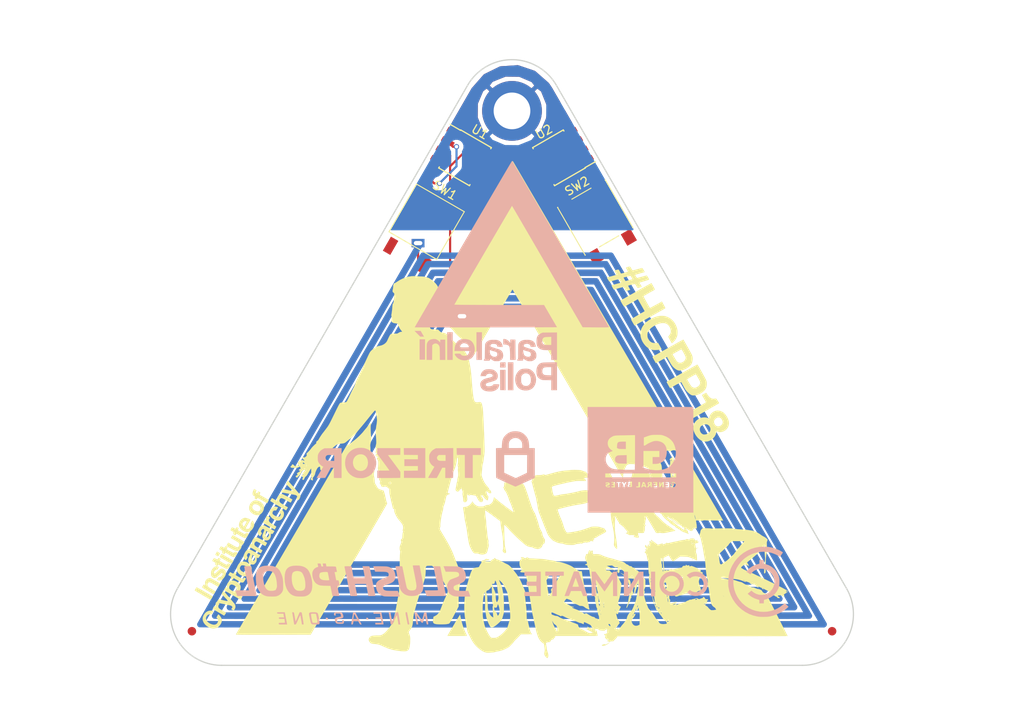
<source format=kicad_pcb>
(kicad_pcb (version 4) (host pcbnew 4.0.6+dfsg1-1)
  (title_block (title "HCPP NFC Hardware Badge") (date 2019-04-16) (rev 0.8.1) (company "The Monero Project, Hardware Team") (comment 1 "Copyright © 2019, The Monero Project") (comment 2 "Fulfilling the fourth annual conference badge") (comment 3 "Pending quality assurance testing") (comment 4 "Warning, untested prototype!"))
  (layers (0 F.Cu signal) (31 B.Cu signal) (34 B.Paste user) (35 F.Paste user) (36 B.SilkS user) (37 F.SilkS user) (38 B.Mask user) (39 F.Mask user) (44 Edge.Cuts user))
  (net 0 "")
  (net 1 "Net-(AE1-Pad1)")
  (net 2 /ANTCON)
  (net 3 "Net-(FID1-Pad~)")
  (net 4 "Net-(FID2-Pad~)")
  (net 5 "Net-(FID3-Pad~)")
  (net 6 GND)
  (net 7 "Net-(SJ1-Pad1)")
  (net 8 "Net-(SJ2-Pad1)")
  (net 9 "Net-(SW1-Pad2)")
  (net 10 "Net-(SW2-Pad2)")
  (net 11 "Net-(TP1-Pad1)")
  (net 12 "Net-(TP2-Pad1)")
  (net 13 "Net-(TP3-Pad1)")
  (net 14 "Net-(TP5-Pad1)")
  (net 15 "Net-(TP6-Pad1)")
  (net 16 "Net-(TP7-Pad1)")
  (net 17 VCC)
  (module Monero_HW:HCPPNewordtri (layer F.Cu) (at 140 90)
    (fp_text reference GFX* hide)
    (fp_text value ART_TRIANGLE hide)
  )
  (module Monero_HW:NFCAntennatall (layer B.Cu) (at 140 93 180)
    (fp_text reference AE1 hide)
    (fp_text value Antenna_Loop hide)
    (fp_poly (pts (xy 11.135645 22.525444) (xy 11.146671 22.506631) (xy 11.178453 22.451859) (xy 11.230584 22.361832) (xy 11.302657 22.237255) (xy 11.394267 22.078832) (xy 11.505005 21.887268) (xy 11.634465 21.663267) (xy 11.782241 21.407534) (xy 11.947925 21.120774) (xy 12.13111 20.803691) (xy 12.331391 20.456989) (xy 12.548359 20.081373) (xy 12.781608 19.677548) (xy 13.030732 19.246218) (xy 13.295323 18.788088) (xy 13.574975 18.303862) (xy 13.86928 17.794245) (xy 14.177832 17.259941) (xy 14.500225 16.701655) (xy 14.836051 16.120091) (xy 15.184903 15.515954) (xy 15.546375 14.889949) (xy 15.920059 14.242779) (xy 16.30555 13.57515) (xy 16.70244 12.887767) (xy 17.110322 12.181332) (xy 17.52879 11.456552) (xy 17.957436 10.714131) (xy 18.395854 9.954773) (xy 18.843637 9.179182) (xy 19.300378 8.388064) (xy 19.765671 7.582123) (xy 20.239108 6.762063) (xy 20.720283 5.928589) (xy 21.208788 5.082405) (xy 21.704218 4.224217) (xy 22.206164 3.354727) (xy 22.714222 2.474642) (xy 23.227982 1.584666) (xy 23.74704 0.685502) (xy 24.012552 0.225551) (xy 24.705968 -0.975707) (xy 25.378344 -2.14059) (xy 26.029836 -3.269368) (xy 26.660599 -4.362312) (xy 27.270789 -5.419693) (xy 27.860561 -6.44178) (xy 28.43007 -7.428843) (xy 28.979474 -8.381154) (xy 29.508926 -9.298981) (xy 30.018583 -10.182597) (xy 30.508601 -11.03227) (xy 30.979134 -11.848271) (xy 31.430338 -12.63087) (xy 31.86237 -13.380338) (xy 32.275384 -14.096945) (xy 32.669537 -14.780961) (xy 33.044983 -15.432657) (xy 33.401879 -16.052302) (xy 33.740379 -16.640168) (xy 34.060641 -17.196523) (xy 34.362818 -17.72164) (xy 34.647067 -18.215787) (xy 34.913544 -18.679235) (xy 35.162403 -19.112255) (xy 35.393801 -19.515116) (xy 35.607893 -19.888089) (xy 35.804835 -20.231445) (xy 35.984782 -20.545453) (xy 36.14789 -20.830383) (xy 36.294315 -21.086507) (xy 36.424211 -21.314095) (xy 36.537736 -21.513415) (xy 36.635043 -21.68474) (xy 36.71629 -21.828339) (xy 36.78163 -21.944483) (xy 36.831221 -22.033441) (xy 36.865218 -22.095484) (xy 36.883775 -22.130882) (xy 36.887653 -22.139856) (xy 36.883443 -22.25861) (xy 36.841936 -22.368564) (xy 36.76817 -22.460717) (xy 36.672913 -22.523527) (xy 36.668644 -22.525139) (xy 36.662639 -22.526706) (xy 36.65431 -22.528228) (xy 36.643069 -22.529708) (xy 36.628326 -22.531144) (xy 36.609495 -22.532539) (xy 36.585985 -22.533892) (xy 36.557208 -22.535204) (xy 36.522576 -22.536475) (xy 36.4815 -22.537707) (xy 36.433392 -22.538901) (xy 36.377663 -22.540055) (xy 36.313724 -22.541172) (xy 36.240987 -22.542252) (xy 36.158864 -22.543296) (xy 36.066765 -22.544304) (xy 35.964102 -22.545276) (xy 35.850287 -22.546214) (xy 35.724731 -22.547118) (xy 35.586846 -22.547989) (xy 35.436042 -22.548827) (xy 35.271732 -22.549634) (xy 35.093327 -22.550409) (xy 34.900237 -22.551153) (xy 34.691876 -22.551867) (xy 34.467653 -22.552552) (xy 34.226981 -22.553207) (xy 33.969271 -22.553835) (xy 33.693934 -22.554435) (xy 33.400382 -22.555009) (xy 33.088026 -22.555556) (xy 32.756278 -22.556077) (xy 32.404549 -22.556574) (xy 32.03225 -22.557046) (xy 31.638793 -22.557494) (xy 31.22359 -22.55792) (xy 30.786052 -22.558323) (xy 30.32559 -22.558704) (xy 29.841615 -22.559064) (xy 29.33354 -22.559403) (xy 28.800775 -22.559723) (xy 28.242732 -22.560023) (xy 27.658823 -22.560305) (xy 27.048458 -22.560568) (xy 26.41105 -22.560815) (xy 25.746009 -22.561044) (xy 25.052747 -22.561258) (xy 24.330676 -22.561456) (xy 23.579208 -22.56164) (xy 22.797752 -22.561809) (xy 21.985721 -22.561965) (xy 21.142527 -22.562107) (xy 20.26758 -22.562238) (xy 19.360293 -22.562357) (xy 18.420076 -22.562465) (xy 17.446341 -22.562563) (xy 16.438499 -22.562651) (xy 15.395963 -22.56273) (xy 14.318143 -22.5628) (xy 13.20445 -22.562863) (xy 12.054297 -22.562918) (xy 10.867094 -22.562967) (xy 9.642254 -22.563011) (xy 8.379186 -22.563049) (xy 7.077304 -22.563082) (xy 5.736018 -22.563111) (xy 4.35474 -22.563137) (xy 2.932881 -22.563161) (xy 1.469853 -22.563182) (xy -0.000807 -22.563201) (xy -36.588197 -22.563666) (xy -36.68247 -22.516041) (xy -36.780178 -22.445665) (xy -36.849445 -22.352077) (xy -36.886142 -22.244037) (xy -36.886141 -22.130306) (xy -36.879063 -22.098853) (xy -36.86799 -22.078602) (xy -36.836254 -22.022562) (xy -36.784358 -21.931604) (xy -36.712805 -21.806601) (xy -36.622098 -21.648425) (xy -36.512741 -21.457949) (xy -36.385237 -21.236043) (xy -36.240089 -20.983582) (xy -36.0778 -20.701436) (xy -35.898874 -20.390479) (xy -35.703813 -20.051581) (xy -35.493122 -19.685617) (xy -35.267302 -19.293457) (xy -35.026858 -18.875974) (xy -34.772293 -18.43404) (xy -34.504109 -17.968528) (xy -34.22281 -17.480309) (xy -33.9289 -16.970256) (xy -33.622881 -16.439241) (xy -33.305257 -15.888137) (xy -32.97653 -15.317815) (xy -32.637205 -14.729148) (xy -32.287784 -14.123007) (xy -31.928771 -13.500266) (xy -31.560669 -12.861797) (xy -31.18398 -12.20847) (xy -30.799209 -11.54116) (xy -30.406858 -10.860738) (xy -30.007431 -10.168076) (xy -29.60143 -9.464046) (xy -29.18936 -8.749521) (xy -28.771723 -8.025373) (xy -28.349023 -7.292475) (xy -27.921762 -6.551697) (xy -27.490445 -5.803913) (xy -27.055573 -5.049995) (xy -26.617651 -4.290815) (xy -26.177182 -3.527245) (xy -25.734669 -2.760158) (xy -25.290614 -1.990425) (xy -24.845522 -1.218919) (xy -24.399895 -0.446512) (xy -23.954237 0.325923) (xy -23.509051 1.097515) (xy -23.06484 1.867391) (xy -22.622108 2.63468) (xy -22.181357 3.398508) (xy -21.743091 4.158003) (xy -21.307813 4.912294) (xy -20.876026 5.660508) (xy -20.448234 6.401773) (xy -20.024939 7.135217) (xy -19.606646 7.859967) (xy -19.193856 8.575152) (xy -18.787074 9.279899) (xy -18.386802 9.973335) (xy -17.993544 10.654589) (xy -17.607804 11.322789) (xy -17.230083 11.977062) (xy -16.860886 12.616535) (xy -16.500715 13.240338) (xy -16.150075 13.847597) (xy -15.809467 14.43744) (xy -15.479396 15.008995) (xy -15.160364 15.561391) (xy -14.852875 16.093754) (xy -14.557432 16.605212) (xy -14.274539 17.094894) (xy -14.004697 17.561926) (xy -13.748412 18.005438) (xy -13.506185 18.424555) (xy -13.27852 18.818408) (xy -13.06592 19.186122) (xy -12.868889 19.526827) (xy -12.68793 19.839649) (xy -12.523546 20.123716) (xy -12.37624 20.378157) (xy -12.246515 20.602099) (xy -12.134875 20.794669) (xy -12.041822 20.954997) (xy -11.967861 21.082208) (xy -11.913494 21.175432) (xy -11.879224 21.233796) (xy -11.865947 21.255849) (xy -11.826138 21.298576) (xy -11.767993 21.342393) (xy -11.749993 21.353223) (xy -11.66744 21.39962) (xy -0.556281 21.394269) (xy 10.554879 21.388917) (xy 10.630014 21.331608) (xy 10.647725 21.31378) (xy 10.673509 21.280486) (xy 10.708479 21.229868) (xy 10.753754 21.160068) (xy 10.810449 21.069229) (xy 10.879679 20.955492) (xy 10.962562 20.817) (xy 11.060212 20.651895) (xy 11.173746 20.458318) (xy 11.30428 20.234413) (xy 11.45293 19.978321) (xy 11.620812 19.688185) (xy 11.710771 19.532442) (xy 11.765591 19.437487) (xy 11.84109 19.306717) (xy 11.936777 19.14098) (xy 12.052164 18.941121) (xy 12.186763 18.707987) (xy 12.340084 18.442426) (xy 12.511638 18.145285) (xy 12.700937 17.817409) (xy 12.907491 17.459645) (xy 13.130812 17.072842) (xy 13.370411 16.657845) (xy 13.625799 16.2155) (xy 13.896486 15.746656) (xy 14.181985 15.252159) (xy 14.481806 14.732855) (xy 14.79546 14.189592) (xy 15.122458 13.623215) (xy 15.462312 13.034573) (xy 15.814533 12.424511) (xy 16.178631 11.793877) (xy 16.554117 11.143518) (xy 16.940504 10.474279) (xy 17.337302 9.787009) (xy 17.744021 9.082553) (xy 18.160174 8.361759) (xy 18.585271 7.625474) (xy 19.018823 6.874543) (xy 19.460342 6.109814) (xy 19.909338 5.332135) (xy 20.365323 4.542351) (xy 20.827807 3.741309) (xy 21.296303 2.929856) (xy 21.77032 2.10884) (xy 22.24937 1.279106) (xy 22.732964 0.441502) (xy 23.220614 -0.403126) (xy 23.71183 -1.253931) (xy 23.928859 -1.629833) (xy 24.595034 -2.783723) (xy 25.240071 -3.901102) (xy 25.864043 -4.982094) (xy 26.467022 -6.026826) (xy 27.049079 -7.035421) (xy 27.610287 -8.008006) (xy 28.150717 -8.944706) (xy 28.670443 -9.845645) (xy 29.169535 -10.71095) (xy 29.648067 -11.540745) (xy 30.10611 -12.335156) (xy 30.543736 -13.094307) (xy 30.961018 -13.818325) (xy 31.358027 -14.507335) (xy 31.734835 -15.161461) (xy 32.091516 -15.780829) (xy 32.42814 -16.365564) (xy 32.74478 -16.915791) (xy 33.041507 -17.431636) (xy 33.318395 -17.913225) (xy 33.575515 -18.360681) (xy 33.81294 -18.774131) (xy 34.03074 -19.153699) (xy 34.228989 -19.499512) (xy 34.407759 -19.811693) (xy 34.567121 -20.09037) (xy 34.707148 -20.335665) (xy 34.827912 -20.547706) (xy 34.929484 -20.726617) (xy 35.011938 -20.872523) (xy 35.075345 -20.985551) (xy 35.119777 -21.065824) (xy 35.145306 -21.113468) (xy 35.152186 -21.128284) (xy 35.151527 -21.257758) (xy 35.113051 -21.370792) (xy 35.038942 -21.46333) (xy 34.936459 -21.529047) (xy 34.932054 -21.530683) (xy 34.925745 -21.532272) (xy 34.91693 -21.533816) (xy 34.905004 -21.535314) (xy 34.889366 -21.536768) (xy 34.869412 -21.538178) (xy 34.844539 -21.539545) (xy 34.814145 -21.54087) (xy 34.777626 -21.542152) (xy 34.734379 -21.543394) (xy 34.683803 -21.544594) (xy 34.625293 -21.545756) (xy 34.558247 -21.546877) (xy 34.482062 -21.547961) (xy 34.396135 -21.549006) (xy 34.299863 -21.550015) (xy 34.192643 -21.550987) (xy 34.073873 -21.551923) (xy 33.942949 -21.552824) (xy 33.799268 -21.553691) (xy 33.642228 -21.554524) (xy 33.471225 -21.555323) (xy 33.285657 -21.55609) (xy 33.084921 -21.556826) (xy 32.868414 -21.55753) (xy 32.635533 -21.558204) (xy 32.385675 -21.558848) (xy 32.118237 -21.559463) (xy 31.832616 -21.56005) (xy 31.528209 -21.560609) (xy 31.204414 -21.561141) (xy 30.860627 -21.561646) (xy 30.496246 -21.562126) (xy 30.110667 -21.56258) (xy 29.703289 -21.56301) (xy 29.273507 -21.563417) (xy 28.820719 -21.5638) (xy 28.344321 -21.564161) (xy 27.843712 -21.5645) (xy 27.318288 -21.564818) (xy 26.767447 -21.565116) (xy 26.190584 -21.565394) (xy 25.587098 -21.565653) (xy 24.956386 -21.565894) (xy 24.297844 -21.566117) (xy 23.61087 -21.566323) (xy 22.89486 -21.566512) (xy 22.149213 -21.566686) (xy 21.373324 -21.566845) (xy 20.566591 -21.56699) (xy 19.728411 -21.567121) (xy 18.858182 -21.567239) (xy 17.9553 -21.567344) (xy 17.019162 -21.567438) (xy 16.049165 -21.567521) (xy 15.044707 -21.567593) (xy 14.005185 -21.567656) (xy 12.929995 -21.56771) (xy 11.818535 -21.567756) (xy 10.670202 -21.567794) (xy 9.484393 -21.567825) (xy 8.260505 -21.56785) (xy 6.997935 -21.567869) (xy 5.69608 -21.567883) (xy 4.354338 -21.567893) (xy 2.972104 -21.567899) (xy 1.548778 -21.567902) (xy 0.083754 -21.567903) (xy 0 -21.567903) (xy -1.46739 -21.567902) (xy -2.893049 -21.567899) (xy -4.27758 -21.567893) (xy -5.621587 -21.567883) (xy -6.925672 -21.56787) (xy -8.190438 -21.567851) (xy -9.416488 -21.567826) (xy -10.604426 -21.567796) (xy -11.754853 -21.567758) (xy -12.868374 -21.567713) (xy -13.94559 -21.56766) (xy -14.987105 -21.567597) (xy -15.993522 -21.567525) (xy -16.965443 -21.567443) (xy -17.903471 -21.56735) (xy -18.80821 -21.567245) (xy -19.680263 -21.567128) (xy -20.520231 -21.566998) (xy -21.328719 -21.566854) (xy -22.106329 -21.566696) (xy -22.853663 -21.566523) (xy -23.571326 -21.566334) (xy -24.259919 -21.566129) (xy -24.920046 -21.565907) (xy -25.55231 -21.565667) (xy -26.157313 -21.565409) (xy -26.735659 -21.565132) (xy -27.28795 -21.564836) (xy -27.814789 -21.564519) (xy -28.31678 -21.564181) (xy -28.794524 -21.563821) (xy -29.248626 -21.563439) (xy -29.679688 -21.563034) (xy -30.088312 -21.562605) (xy -30.475102 -21.562152) (xy -30.840661 -21.561674) (xy -31.185591 -21.56117) (xy -31.510496 -21.560639) (xy -31.815979 -21.560082) (xy -32.102642 -21.559497) (xy -32.371088 -21.558884) (xy -32.62192 -21.558241) (xy -32.855741 -21.557569) (xy -33.073154 -21.556866) (xy -33.274763 -21.556133) (xy -33.461169 -21.555367) (xy -33.632975 -21.554569) (xy -33.790786 -21.553739) (xy -33.935203 -21.552874) (xy -34.066829 -21.551975) (xy -34.186268 -21.551041) (xy -34.294122 -21.550071) (xy -34.390995 -21.549064) (xy -34.477488 -21.548021) (xy -34.554206 -21.546939) (xy -34.621751 -21.54582) (xy -34.680725 -21.544661) (xy -34.731733 -21.543462) (xy -34.775376 -21.542223) (xy -34.812257 -21.540943) (xy -34.842981 -21.539621) (xy -34.868148 -21.538256) (xy -34.888363 -21.536849) (xy -34.904229 -21.535397) (xy -34.916347 -21.533901) (xy -34.925322 -21.53236) (xy -34.931756 -21.530773) (xy -34.936252 -21.52914) (xy -34.93646 -21.529047) (xy -35.042682 -21.459966) (xy -35.115363 -21.366498) (xy -35.152324 -21.252685) (xy -35.152217 -21.128284) (xy -35.142243 -21.107595) (xy -35.113538 -21.054569) (xy -35.06603 -20.969079) (xy -34.999644 -20.850998) (xy -34.91431 -20.7002) (xy -34.809953 -20.516557) (xy -34.686501 -20.299944) (xy -34.54388 -20.050233) (xy -34.382018 -19.767299) (xy -34.200843 -19.451013) (xy -34.00028 -19.10125) (xy -33.780257 -18.717882) (xy -33.540701 -18.300784) (xy -33.281539 -17.849828) (xy -33.002699 -17.364888) (xy -32.704107 -16.845837) (xy -32.38569 -16.292549) (xy -32.047376 -15.704896) (xy -31.689091 -15.082752) (xy -31.310763 -14.425991) (xy -30.912318 -13.734485) (xy -30.493684 -13.008108) (xy -30.054788 -12.246734) (xy -29.595557 -11.450235) (xy -29.115918 -10.618485) (xy -28.615798 -9.751358) (xy -28.095123 -8.848726) (xy -27.553822 -7.910463) (xy -26.991821 -6.936442) (xy -26.409048 -5.926537) (xy -25.805428 -4.88062) (xy -25.180891 -3.798566) (xy -24.535361 -2.680247) (xy -23.868767 -1.525538) (xy -23.214177 -0.391711) (xy -22.588592 0.691812) (xy -21.98384 1.739207) (xy -21.399604 2.75102) (xy -20.835569 3.727794) (xy -20.29142 4.670075) (xy -19.766841 5.578407) (xy -19.261516 6.453335) (xy -18.77513 7.295403) (xy -18.307366 8.105158) (xy -17.85791 8.883143) (xy -17.426446 9.629903) (xy -17.012658 10.345982) (xy -16.616231 11.031927) (xy -16.236848 11.68828) (xy -15.874195 12.315588) (xy -15.527956 12.914395) (xy -15.197814 13.485246) (xy -14.883455 14.028685) (xy -14.584563 14.545257) (xy -14.300822 15.035507) (xy -14.031916 15.49998) (xy -13.777531 15.939221) (xy -13.53735 16.353774) (xy -13.311057 16.744183) (xy -13.098338 17.110995) (xy -12.898876 17.454753) (xy -12.712356 17.776003) (xy -12.538462 18.075288) (xy -12.376879 18.353155) (xy -12.227291 18.610147) (xy -12.089382 18.846809) (xy -11.962837 19.063686) (xy -11.84734 19.261324) (xy -11.742576 19.440266) (xy -11.648228 19.601057) (xy -11.563982 19.744243) (xy -11.489522 19.870368) (xy -11.424531 19.979976) (xy -11.368695 20.073613) (xy -11.321698 20.151823) (xy -11.283224 20.215151) (xy -11.252957 20.264142) (xy -11.230582 20.299341) (xy -11.215784 20.321292) (xy -11.208353 20.330455) (xy -11.129738 20.394084) (xy -0.6081 20.399439) (xy 9.913539 20.404794) (xy 10.003576 20.361208) (xy 10.098417 20.292202) (xy 10.156667 20.218269) (xy 10.169187 20.196897) (xy 10.202348 20.139771) (xy 10.255624 20.047799) (xy 10.328491 19.92189) (xy 10.420424 19.762952) (xy 10.530899 19.571895) (xy 10.65939 19.349627) (xy 10.805373 19.097056) (xy 10.968324 18.815091) (xy 11.147718 18.504642) (xy 11.34303 18.166615) (xy 11.553735 17.801921) (xy 11.77931 17.411467) (xy 12.019228 16.996163) (xy 12.272966 16.556917) (xy 12.54 16.094637) (xy 12.819803 15.610233) (xy 13.111852 15.104612) (xy 13.415623 14.578684) (xy 13.730589 14.033357) (xy 14.056228 13.46954) (xy 14.392013 12.888141) (xy 14.737421 12.290069) (xy 15.091927 11.676233) (xy 15.455006 11.047541) (xy 15.826133 10.404902) (xy 16.204784 9.749225) (xy 16.590435 9.081418) (xy 16.98256 8.402389) (xy 17.380635 7.713048) (xy 17.784135 7.014303) (xy 18.192536 6.307063) (xy 18.605312 5.592236) (xy 19.021941 4.870732) (xy 19.441895 4.143457) (xy 19.864652 3.411322) (xy 20.289687 2.675235) (xy 20.716474 1.936105) (xy 21.144489 1.194839) (xy 21.573207 0.452348) (xy 22.002105 -0.290461) (xy 22.430656 -1.03268) (xy 22.858338 -1.773398) (xy 23.284624 -2.511708) (xy 23.70899 -3.246702) (xy 24.130911 -3.977469) (xy 24.549864 -4.703103) (xy 24.965323 -5.422693) (xy 25.376764 -6.135333) (xy 25.783661 -6.840112) (xy 26.185491 -7.536122) (xy 26.581729 -8.222455) (xy 26.97185 -8.898202) (xy 27.355329 -9.562454) (xy 27.731642 -10.214303) (xy 28.100264 -10.85284) (xy 28.46067 -11.477157) (xy 28.812337 -12.086344) (xy 29.154738 -12.679494) (xy 29.48735 -13.255697) (xy 29.809648 -13.814045) (xy 30.121107 -14.35363) (xy 30.421203 -14.873542) (xy 30.709411 -15.372873) (xy 30.985206 -15.850714) (xy 31.248063 -16.306158) (xy 31.497459 -16.738294) (xy 31.732868 -17.146215) (xy 31.953766 -17.529012) (xy 32.159627 -17.885776) (xy 32.349929 -18.215599) (xy 32.524145 -18.517571) (xy 32.681751 -18.790785) (xy 32.822222 -19.034332) (xy 32.945035 -19.247303) (xy 33.049663 -19.428789) (xy 33.135583 -19.577882) (xy 33.20227 -19.693673) (xy 33.2492 -19.775254) (xy 33.275847 -19.821716) (xy 33.276803 -19.823391) (xy 33.335836 -19.928349) (xy 33.376415 -20.005745) (xy 33.401934 -20.06428) (xy 33.415786 -20.112651) (xy 33.421365 -20.159558) (xy 33.422166 -20.195969) (xy 33.403087 -20.319434) (xy 33.348302 -20.422796) (xy 33.261488 -20.501476) (xy 33.146326 -20.550896) (xy 33.134778 -20.553733) (xy 33.110299 -20.554527) (xy 33.044364 -20.555304) (xy 32.937846 -20.556064) (xy 32.791622 -20.556808) (xy 32.606569 -20.557535) (xy 32.383561 -20.558246) (xy 32.123475 -20.55894) (xy 31.827186 -20.559618) (xy 31.495571 -20.560279) (xy 31.129505 -20.560923) (xy 30.729864 -20.561551) (xy 30.297523 -20.562162) (xy 29.833359 -20.562756) (xy 29.338248 -20.563334) (xy 28.813065 -20.563896) (xy 28.258686 -20.564441) (xy 27.675987 -20.564969) (xy 27.065843 -20.56548) (xy 26.429132 -20.565975) (xy 25.766727 -20.566454) (xy 25.079506 -20.566916) (xy 24.368344 -20.567361) (xy 23.634117 -20.56779) (xy 22.8777 -20.568202) (xy 22.099971 -20.568597) (xy 21.301803 -20.568976) (xy 20.484074 -20.569338) (xy 19.647659 -20.569684) (xy 18.793433 -20.570013) (xy 17.922274 -20.570326) (xy 17.035055 -20.570621) (xy 16.132655 -20.570901) (xy 15.215947 -20.571163) (xy 14.285808 -20.57141) (xy 13.343115 -20.571639) (xy 12.388741 -20.571852) (xy 11.423565 -20.572049) (xy 10.448461 -20.572228) (xy 9.464304 -20.572391) (xy 8.471972 -20.572538) (xy 7.47234 -20.572668) (xy 6.466283 -20.572781) (xy 5.454678 -20.572878) (xy 4.4384 -20.572958) (xy 3.418325 -20.573022) (xy 2.395329 -20.573069) (xy 1.370288 -20.5731) (xy 0.344078 -20.573113) (xy -0.682426 -20.573111) (xy -1.708348 -20.573091) (xy -2.732812 -20.573055) (xy -3.754942 -20.573003) (xy -4.773862 -20.572934) (xy -5.788696 -20.572848) (xy -6.798569 -20.572746) (xy -7.802605 -20.572627) (xy -8.799928 -20.572492) (xy -9.789662 -20.572339) (xy -10.770931 -20.572171) (xy -11.742859 -20.571986) (xy -12.704571 -20.571784) (xy -13.655191 -20.571565) (xy -14.593843 -20.57133) (xy -15.519651 -20.571079) (xy -16.43174 -20.570811) (xy -17.329233 -20.570526) (xy -18.211254 -20.570224) (xy -19.076929 -20.569906) (xy -19.92538 -20.569572) (xy -20.755732 -20.569221) (xy -21.56711 -20.568853) (xy -22.358638 -20.568469) (xy -23.129439 -20.568068) (xy -23.878638 -20.56765) (xy -24.605359 -20.567216) (xy -25.308726 -20.566765) (xy -25.987863 -20.566298) (xy -26.641895 -20.565814) (xy -27.269946 -20.565314) (xy -27.871139 -20.564797) (xy -28.4446 -20.564263) (xy -28.989452 -20.563713) (xy -29.504819 -20.563146) (xy -29.989826 -20.562562) (xy -30.443597 -20.561962) (xy -30.865255 -20.561346) (xy -31.253926 -20.560712) (xy -31.608733 -20.560063) (xy -31.9288 -20.559396) (xy -32.213252 -20.558713) (xy -32.461212 -20.558014) (xy -32.671806 -20.557297) (xy -32.844156 -20.556565) (xy -32.977388 -20.555815) (xy -33.070626 -20.555049) (xy -33.122993 -20.554267) (xy -33.134779 -20.553733) (xy -33.248048 -20.507979) (xy -33.335861 -20.433408) (xy -33.395225 -20.337085) (xy -33.423149 -20.226075) (xy -33.41664 -20.107442) (xy -33.373586 -19.989874) (xy -33.361047 -19.967901) (xy -33.327775 -19.910023) (xy -33.274208 -19.816993) (xy -33.200781 -19.689567) (xy -33.107929 -19.5285) (xy -32.996088 -19.334547) (xy -32.865694 -19.108462) (xy -32.717183 -18.851002) (xy -32.550991 -18.562921) (xy -32.367553 -18.244974) (xy -32.167305 -17.897916) (xy -31.950683 -17.522502) (xy -31.718122 -17.119487) (xy -31.470059 -16.689627) (xy -31.20693 -16.233675) (xy -30.929169 -15.752388) (xy -30.637214 -15.24652) (xy -30.331498 -14.716826) (xy -30.01246 -14.164061) (xy -29.680533 -13.588981) (xy -29.336155 -12.99234) (xy -28.97976 -12.374893) (xy -28.611784 -11.737396) (xy -28.232664 -11.080603) (xy -27.842835 -10.405269) (xy -27.442733 -9.71215) (xy -27.032794 -9.002) (xy -26.613453 -8.275575) (xy -26.185146 -7.533629) (xy -25.748309 -6.776918) (xy -25.303378 -6.006196) (xy -24.850788 -5.222219) (xy -24.390976 -4.425741) (xy -23.924377 -3.617518) (xy -23.451426 -2.798305) (xy -22.972561 -1.968856) (xy -22.488216 -1.129927) (xy -22.013334 -0.3074) (xy -21.420269 0.719811) (xy -20.847993 1.710989) (xy -20.296139 2.666768) (xy -19.764338 3.587783) (xy -19.252224 4.474667) (xy -18.759428 5.328054) (xy -18.285582 6.148579) (xy -17.830319 6.936877) (xy -17.393271 7.69358) (xy -16.97407 8.419324) (xy -16.572349 9.114742) (xy -16.187739 9.780468) (xy -15.819873 10.417138) (xy -15.468382 11.025384) (xy -15.1329 11.605842) (xy -14.813058 12.159145) (xy -14.508489 12.685927) (xy -14.218825 13.186823) (xy -13.943698 13.662467) (xy -13.68274 14.113492) (xy -13.435584 14.540534) (xy -13.201861 14.944226) (xy -12.981204 15.325203) (xy -12.773245 15.684098) (xy -12.577617 16.021546) (xy -12.393951 16.338181) (xy -12.22188 16.634638) (xy -12.061036 16.911549) (xy -11.911051 17.16955) (xy -11.771558 17.409274) (xy -11.642188 17.631357) (xy -11.522574 17.836431) (xy -11.412348 18.025132) (xy -11.311142 18.198092) (xy -11.218589 18.355948) (xy -11.134321 18.499331) (xy -11.057969 18.628878) (xy -10.989167 18.745222) (xy -10.927546 18.848997) (xy -10.872739 18.940837) (xy -10.824377 19.021376) (xy -10.782093 19.09125) (xy -10.74552 19.151091) (xy -10.714289 19.201534) (xy -10.688032 19.243213) (xy -10.666383 19.276762) (xy -10.648972 19.302816) (xy -10.635433 19.322009) (xy -10.625398 19.334974) (xy -10.618498 19.342347) (xy -10.61663 19.343808) (xy -10.533509 19.39925) (xy -0.608001 19.404609) (xy 0.165261 19.405024) (xy 0.897326 19.405407) (xy 1.589335 19.405755) (xy 2.242426 19.406065) (xy 2.857736 19.406331) (xy 3.436403 19.40655) (xy 3.979567 19.406719) (xy 4.488365 19.406833) (xy 4.963936 19.406888) (xy 5.407417 19.406881) (xy 5.819947 19.406808) (xy 6.202664 19.406663) (xy 6.556706 19.406445) (xy 6.883212 19.406148) (xy 7.18332 19.40577) (xy 7.458168 19.405305) (xy 7.708894 19.40475) (xy 7.936636 19.404101) (xy 8.142533 19.403354) (xy 8.327723 19.402506) (xy 8.493345 19.401552) (xy 8.640535 19.400488) (xy 8.770433 19.39931) (xy 8.884177 19.398015) (xy 8.982905 19.396599) (xy 9.067755 19.395057) (xy 9.139865 19.393386) (xy 9.200375 19.391582) (xy 9.250421 19.389641) (xy 9.291142 19.387559) (xy 9.323677 19.385332) (xy 9.349163 19.382956) (xy 9.368739 19.380427) (xy 9.383542 19.377741) (xy 9.394713 19.374895) (xy 9.403387 19.371885) (xy 9.407675 19.370083) (xy 9.477126 19.328423) (xy 9.53852 19.274048) (xy 9.55107 19.258891) (xy 9.565518 19.235401) (xy 9.60052 19.176245) (xy 9.655543 19.082351) (xy 9.73005 18.954646) (xy 9.823506 18.794058) (xy 9.935377 18.601515) (xy 10.065126 18.377945) (xy 10.212218 18.124276) (xy 10.376118 17.841434) (xy 10.556291 17.530349) (xy 10.752202 17.191948) (xy 10.963314 16.827158) (xy 11.189094 16.436908) (xy 11.429005 16.022125) (xy 11.682512 15.583738) (xy 11.94908 15.122673) (xy 12.228174 14.639858) (xy 12.519258 14.136223) (xy 12.821797 13.612693) (xy 13.135255 13.070197) (xy 13.459098 12.509664) (xy 13.792791 11.93202) (xy 14.135797 11.338193) (xy 14.487581 10.729112) (xy 14.847609 10.105703) (xy 15.215345 9.468895) (xy 15.590253 8.819616) (xy 15.971798 8.158794) (xy 16.359446 7.487355) (xy 16.75266 6.806229) (xy 17.150905 6.116342) (xy 17.553647 5.418623) (xy 17.960349 4.713999) (xy 18.370477 4.003398) (xy 18.783495 3.287748) (xy 19.198868 2.567977) (xy 19.61606 1.845013) (xy 20.034537 1.119782) (xy 20.453763 0.393214) (xy 20.873202 -0.333764) (xy 21.292319 -1.060225) (xy 21.71058 -1.78524) (xy 22.127449 -2.507881) (xy 22.542389 -3.227222) (xy 22.954867 -3.942334) (xy 23.364347 -4.652289) (xy 23.770294 -5.35616) (xy 24.172171 -6.053018) (xy 24.569445 -6.741937) (xy 24.961579 -7.421988) (xy 25.348038 -8.092243) (xy 25.728288 -8.751774) (xy 26.101792 -9.399655) (xy 26.468016 -10.034956) (xy 26.826424 -10.656751) (xy 27.17648 -11.264111) (xy 27.51765 -11.856108) (xy 27.849399 -12.431816) (xy 28.17119 -12.990305) (xy 28.482488 -13.530649) (xy 28.78276 -14.051919) (xy 29.071468 -14.553188) (xy 29.348077 -15.033528) (xy 29.612054 -15.492011) (xy 29.862861 -15.927709) (xy 30.099964 -16.339694) (xy 30.322827 -16.727039) (xy 30.530916 -17.088816) (xy 30.723695 -17.424098) (xy 30.900628 -17.731955) (xy 31.06118 -18.011461) (xy 31.204817 -18.261688) (xy 31.331002 -18.481708) (xy 31.4392 -18.670593) (xy 31.528877 -18.827415) (xy 31.599496 -18.951247) (xy 31.650523 -19.04116) (xy 31.681422 -19.096228) (xy 31.691647 -19.115429) (xy 31.698076 -19.219854) (xy 31.67032 -19.326349) (xy 31.614263 -19.423318) (xy 31.535787 -19.499165) (xy 31.481793 -19.529128) (xy 31.457479 -19.53049) (xy 31.391731 -19.531824) (xy 31.285447 -19.533128) (xy 31.139524 -19.534403) (xy 30.954862 -19.535649) (xy 30.732359 -19.536865) (xy 30.472914 -19.538053) (xy 30.177425 -19.539211) (xy 29.84679 -19.54034) (xy 29.481908 -19.541439) (xy 29.083678 -19.54251) (xy 28.652998 -19.543551) (xy 28.190766 -19.544563) (xy 27.69788 -19.545546) (xy 27.175241 -19.546499) (xy 26.623745 -19.547423) (xy 26.044291 -19.548318) (xy 25.437778 -19.549184) (xy 24.805105 -19.550021) (xy 24.147169 -19.550828) (xy 23.464869 -19.551606) (xy 22.759105 -19.552355) (xy 22.030773 -19.553074) (xy 21.280773 -19.553765) (xy 20.510003 -19.554426) (xy 19.719362 -19.555058) (xy 18.909748 -19.555661) (xy 18.082059 -19.556234) (xy 17.237194 -19.556778) (xy 16.376052 -19.557293) (xy 15.499531 -19.557779) (xy 14.60853 -19.558235) (xy 13.703946 -19.558663) (xy 12.786679 -19.559061) (xy 11.857626 -19.55943) (xy 10.917687 -19.559769) (xy 9.96776 -19.56008) (xy 9.008744 -19.560361) (xy 8.041536 -19.560613) (xy 7.067035 -19.560835) (xy 6.08614 -19.561029) (xy 5.09975 -19.561193) (xy 4.108762 -19.561328) (xy 3.114075 -19.561434) (xy 2.116588 -19.56151) (xy 1.117199 -19.561557) (xy 0.116807 -19.561575) (xy -0.88369 -19.561564) (xy -1.883393 -19.561524) (xy -2.881405 -19.561454) (xy -3.876825 -19.561355) (xy -4.868757 -19.561227) (xy -5.856302 -19.56107) (xy -6.83856 -19.560883) (xy -7.814634 -19.560667) (xy -8.783625 -19.560422) (xy -9.744634 -19.560148) (xy -10.696764 -19.559844) (xy -11.639115 -19.559512) (xy -12.57079 -19.55915) (xy -13.490889 -19.558758) (xy -14.398514 -19.558338) (xy -15.292767 -19.557888) (xy -16.17275 -19.557409) (xy -17.037563 -19.556901) (xy -17.886308 -19.556364) (xy -18.718087 -19.555797) (xy -19.532002 -19.555201) (xy -20.327153 -19.554576) (xy -21.102643 -19.553922) (xy -21.857573 -19.553238) (xy -22.591044 -19.552525) (xy -23.302158 -19.551783) (xy -23.990017 -19.551012) (xy -24.653721 -19.550212) (xy -25.292373 -19.549382) (xy -25.905074 -19.548523) (xy -26.490926 -19.547635) (xy -27.04903 -19.546717) (xy -27.578487 -19.545771) (xy -28.0784 -19.544795) (xy -28.547869 -19.54379) (xy -28.985996 -19.542756) (xy -29.391883 -19.541692) (xy -29.764631 -19.540599) (xy -30.103342 -19.539477) (xy -30.407118 -19.538326) (xy -30.675059 -19.537145) (xy -30.906267 -19.535936) (xy -31.099844 -19.534697) (xy -31.254892 -19.533428) (xy -31.370511 -19.532131) (xy -31.445804 -19.530804) (xy -31.479872 -19.529448) (xy -31.481794 -19.529128) (xy -31.570665 -19.471029) (xy -31.64056 -19.385019) (xy -31.685598 -19.282694) (xy -31.699896 -19.17565) (xy -31.691647 -19.115429) (xy -31.679998 -19.092804) (xy -31.647699 -19.034478) (xy -31.595292 -18.941393) (xy -31.52332 -18.814488) (xy -31.432326 -18.654704) (xy -31.322855 -18.462983) (xy -31.195448 -18.240264) (xy -31.050648 -17.987488) (xy -30.889 -17.705595) (xy -30.711046 -17.395527) (xy -30.517328 -17.058223) (xy -30.308391 -16.694625) (xy -30.084778 -16.305672) (xy -29.847031 -15.892306) (xy -29.595693 -15.455467) (xy -29.331308 -14.996096) (xy -29.054419 -14.515133) (xy -28.765568 -14.013518) (xy -28.4653 -13.492194) (xy -28.154157 -12.952099) (xy -27.832682 -12.394174) (xy -27.501418 -11.819361) (xy -27.160908 -11.228599) (xy -26.811696 -10.622829) (xy -26.454325 -10.002993) (xy -26.089337 -9.370029) (xy -25.717276 -8.72488) (xy -25.338685 -8.068485) (xy -24.954107 -7.401786) (xy -24.564085 -6.725722) (xy -24.169163 -6.041234) (xy -23.769882 -5.349264) (xy -23.366787 -4.65075) (xy -22.960421 -3.946635) (xy -22.551326 -3.237858) (xy -22.140046 -2.525361) (xy -21.727124 -1.810083) (xy -21.313103 -1.092966) (xy -20.898526 -0.374949) (xy -20.483936 0.343026) (xy -20.069876 1.060019) (xy -19.65689 1.775089) (xy -19.24552 2.487296) (xy -18.83631 3.1957) (xy -18.429803 3.899359) (xy -18.026541 4.597333) (xy -17.627068 5.288681) (xy -17.231927 5.972464) (xy -16.841661 6.647739) (xy -16.456814 7.313568) (xy -16.077928 7.969009) (xy -15.705546 8.613121) (xy -15.340212 9.244964) (xy -14.982468 9.863598) (xy -14.632858 10.468081) (xy -14.291925 11.057474) (xy -13.960212 11.630836) (xy -13.638262 12.187225) (xy -13.326618 12.725703) (xy -13.025823 13.245327) (xy -12.736421 13.745157) (xy -12.458954 14.224254) (xy -12.193966 14.681675) (xy -11.942 15.116482) (xy -11.703598 15.527732) (xy -11.479304 15.914486) (xy -11.269661 16.275803) (xy -11.075212 16.610742) (xy -10.896501 16.918363) (xy -10.734069 17.197725) (xy -10.588462 17.447888) (xy -10.46022 17.667911) (xy -10.349889 17.856853) (xy -10.25801 18.013775) (xy -10.185126 18.137734) (xy -10.131782 18.227792) (xy -10.09852 18.283006) (xy -10.086018 18.302329) (xy -10.022465 18.350423) (xy -9.951629 18.386488) (xy -9.934457 18.392169) (xy -9.906895 18.393986) (xy -9.838657 18.395731) (xy -9.731404 18.397405) (xy -9.586794 18.399007) (xy -9.406485 18.400536) (xy -9.192136 18.401994) (xy -8.945406 18.403381) (xy -8.667953 18.404695) (xy -8.361436 18.405937) (xy -8.027514 18.407107) (xy -7.667846 18.408206) (xy -7.28409 18.409232) (xy -6.877904 18.410186) (xy -6.450948 18.411068) (xy -6.00488 18.411877) (xy -5.541358 18.412615) (xy -5.062042 18.41328) (xy -4.56859 18.413873) (xy -4.062661 18.414394) (xy -3.545913 18.414842) (xy -3.020005 18.415218) (xy -2.486596 18.415521) (xy -1.947344 18.415752) (xy -1.403908 18.415911) (xy -0.857947 18.415997) (xy -0.311119 18.41601) (xy 0.234917 18.415951) (xy 0.778502 18.415819) (xy 1.317978 18.415615) (xy 1.851686 18.415337) (xy 2.377967 18.414987) (xy 2.895163 18.414565) (xy 3.401615 18.414069) (xy 3.895664 18.413501) (xy 4.375652 18.412859) (xy 4.83992 18.412145) (xy 5.286809 18.411358) (xy 5.714661 18.410497) (xy 6.121817 18.409564) (xy 6.506619 18.408558) (xy 6.867407 18.407478) (xy 7.202524 18.406326) (xy 7.510309 18.4051) (xy 7.789106 18.403801) (xy 8.037254 18.402429) (xy 8.253096 18.400983) (xy 8.434973 18.399464) (xy 8.581226 18.397872) (xy 8.690196 18.396207) (xy 8.760225 18.394468) (xy 8.789655 18.392655) (xy 8.789998 18.392572) (xy 8.857105 18.362226) (xy 8.922875 18.314952) (xy 8.935658 18.302731) (xy 8.950086 18.280487) (xy 8.985064 18.222558) (xy 9.040042 18.129898) (xy 9.114471 18.003458) (xy 9.207801 17.844192) (xy 9.319482 17.653052) (xy 9.448964 17.430991) (xy 9.595698 17.178961) (xy 9.759134 16.897915) (xy 9.938723 16.588805) (xy 10.133914 16.252584) (xy 10.344158 15.890204) (xy 10.568906 15.502618) (xy 10.807608 15.090779) (xy 11.059713 14.655639) (xy 11.324673 14.19815) (xy 11.601938 13.719266) (xy 11.890957 13.219938) (xy 12.191182 12.70112) (xy 12.502063 12.163764) (xy 12.823049 11.608822) (xy 13.153592 11.037246) (xy 13.493142 10.449991) (xy 13.841148 9.848007) (xy 14.197062 9.232248) (xy 14.560333 8.603666) (xy 14.930412 7.963214) (xy 15.306749 7.311845) (xy 15.688795 6.65051) (xy 16.076 5.980162) (xy 16.467814 5.301755) (xy 16.863687 4.616239) (xy 17.263071 3.924569) (xy 17.665414 3.227697) (xy 18.070168 2.526575) (xy 18.476782 1.822155) (xy 18.884708 1.115391) (xy 19.293395 0.407234) (xy 19.702294 -0.301362) (xy 20.110855 -1.009445) (xy 20.518529 -1.716062) (xy 20.924765 -2.420262) (xy 21.329014 -3.121091) (xy 21.730727 -3.817597) (xy 22.129353 -4.508827) (xy 22.524343 -5.193829) (xy 22.915148 -5.87165) (xy 23.301217 -6.541337) (xy 23.682001 -7.201939) (xy 24.056951 -7.852502) (xy 24.425516 -8.492074) (xy 24.787147 -9.119703) (xy 25.141294 -9.734436) (xy 25.487408 -10.335319) (xy 25.824939 -10.921402) (xy 26.153337 -11.49173) (xy 26.472053 -12.045353) (xy 26.780536 -12.581316) (xy 27.078238 -13.098668) (xy 27.364608 -13.596456) (xy 27.639097 -14.073727) (xy 27.901155 -14.529529) (xy 28.150233 -14.96291) (xy 28.38578 -15.372916) (xy 28.607248 -15.758595) (xy 28.814086 -16.118995) (xy 29.005744 -16.453163) (xy 29.181674 -16.760147) (xy 29.341325 -17.038994) (xy 29.484148 -17.288751) (xy 29.609593 -17.508465) (xy 29.717111 -17.697186) (xy 29.806151 -17.853959) (xy 29.876164 -17.977832) (xy 29.9266 -18.067852) (xy 29.95691 -18.123068) (xy 29.966557 -18.142368) (xy 29.961812 -18.251198) (xy 29.923693 -18.358452) (xy 29.858895 -18.452233) (xy 29.774106 -18.520644) (xy 29.746126 -18.534294) (xy 29.737971 -18.535634) (xy 29.719609 -18.536932) (xy 29.69043 -18.538191) (xy 29.649824 -18.53941) (xy 29.597182 -18.54059) (xy 29.531894 -18.541732) (xy 29.453351 -18.542837) (xy 29.360943 -18.543904) (xy 29.254059 -18.544935) (xy 29.132092 -18.54593) (xy 28.99443 -18.546889) (xy 28.840465 -18.547814) (xy 28.669587 -18.548705) (xy 28.481185 -18.549563) (xy 28.274652 -18.550387) (xy 28.049376 -18.551179) (xy 27.804748 -18.551939) (xy 27.540159 -18.552669) (xy 27.254999 -18.553367) (xy 26.948658 -18.554036) (xy 26.620527 -18.554675) (xy 26.269997 -18.555286) (xy 25.896456 -18.555868) (xy 25.499297 -18.556423) (xy 25.077909 -18.55695) (xy 24.631682 -18.557452) (xy 24.160008 -18.557927) (xy 23.662275 -18.558377) (xy 23.137876 -18.558803) (xy 22.5862 -18.559205) (xy 22.006637 -18.559583) (xy 21.398578 -18.559938) (xy 20.761413 -18.560271) (xy 20.094533 -18.560582) (xy 19.397328 -18.560872) (xy 18.669188 -18.561142) (xy 17.909504 -18.561392) (xy 17.117666 -18.561622) (xy 16.293065 -18.561834) (xy 15.43509 -18.562028) (xy 14.543133 -18.562204) (xy 13.616583 -18.562363) (xy 12.654831 -18.562506) (xy 11.657268 -18.562633) (xy 10.623283 -18.562744) (xy 9.552268 -18.562842) (xy 8.443612 -18.562925) (xy 7.296706 -18.562995) (xy 6.11094 -18.563052) (xy 4.885705 -18.563097) (xy 3.62039 -18.56313) (xy 2.314387 -18.563152) (xy 0.967086 -18.563164) (xy 0.002057 -18.563166) (xy -1.486899 -18.563155) (xy -2.933816 -18.56312) (xy -4.338992 -18.563062) (xy -5.702721 -18.562981) (xy -7.025298 -18.562875) (xy -8.30702 -18.562746) (xy -9.548181 -18.562592) (xy -10.749077 -18.562414) (xy -11.910004 -18.562211) (xy -13.031257 -18.561983) (xy -14.113132 -18.561731) (xy -15.155923 -18.561452) (xy -16.159928 -18.561148) (xy -17.12544 -18.560819) (xy -18.052756 -18.560463) (xy -18.942171 -18.560081) (xy -19.79398 -18.559672) (xy -20.60848 -18.559237) (xy -21.385965 -18.558775) (xy -22.126731 -18.558286) (xy -22.831074 -18.557769) (xy -23.499288 -18.557224) (xy -24.13167 -18.556652) (xy -24.728516 -18.556052) (xy -25.290119 -18.555423) (xy -25.816777 -18.554766) (xy -26.308784 -18.55408) (xy -26.766436 -18.553366) (xy -27.190028 -18.552622) (xy -27.579857 -18.551848) (xy -27.936216 -18.551045) (xy -28.259403 -18.550212) (xy -28.549712 -18.549349) (xy -28.80744 -18.548456) (xy -29.03288 -18.547532) (xy -29.226329 -18.546578) (xy -29.388083 -18.545592) (xy -29.518437 -18.544575) (xy -29.617686 -18.543527) (xy -29.686126 -18.542447) (xy -29.724052 -18.541335) (xy -29.732498 -18.54059) (xy -29.830035 -18.48142) (xy -29.907688 -18.387016) (xy -29.931995 -18.340916) (xy -29.961687 -18.258258) (xy -29.967909 -18.180363) (xy -29.949418 -18.095763) (xy -29.904969 -17.992994) (xy -29.891343 -17.966347) (xy -29.877378 -17.941523) (xy -29.842805 -17.881013) (xy -29.788184 -17.785791) (xy -29.714077 -17.656828) (xy -29.621047 -17.495099) (xy -29.509654 -17.301577) (xy -29.380461 -17.077234) (xy -29.234029 -16.823044) (xy -29.070921 -16.53998) (xy -28.891697 -16.229016) (xy -28.696921 -15.891124) (xy -28.487152 -15.527278) (xy -28.262954 -15.138451) (xy -28.024888 -14.725615) (xy -27.773515 -14.289745) (xy -27.509398 -13.831813) (xy -27.233098 -13.352793) (xy -26.945177 -12.853658) (xy -26.646196 -12.33538) (xy -26.336718 -11.798934) (xy -26.017305 -11.245292) (xy -25.688517 -10.675427) (xy -25.350917 -10.090313) (xy -25.005066 -9.490923) (xy -24.651527 -8.87823) (xy -24.290861 -8.253207) (xy -23.923629 -7.616828) (xy -23.550394 -6.970065) (xy -23.171717 -6.313891) (xy -22.78816 -5.649281) (xy -22.400285 -4.977206) (xy -22.008653 -4.298641) (xy -21.613827 -3.614559) (xy -21.216367 -2.925932) (xy -20.816837 -2.233734) (xy -20.415797 -1.538937) (xy -20.013809 -0.842516) (xy -19.611435 -0.145444) (xy -19.209237 0.551308) (xy -18.807777 1.246764) (xy -18.407616 1.939953) (xy -18.009316 2.6299) (xy -17.613438 3.315633) (xy -17.220545 3.996179) (xy -16.831199 4.670565) (xy -16.445961 5.337816) (xy -16.065392 5.996961) (xy -15.690055 6.647025) (xy -15.320512 7.287036) (xy -14.957323 7.916021) (xy -14.601051 8.533005) (xy -14.252258 9.137018) (xy -13.911505 9.727083) (xy -13.579355 10.30223) (xy -13.256368 10.861485) (xy -12.943107 11.403873) (xy -12.640133 11.928423) (xy -12.348008 12.434161) (xy -12.067294 12.920114) (xy -11.798553 13.385309) (xy -11.542346 13.828772) (xy -11.299236 14.249531) (xy -11.069783 14.646612) (xy -10.85455 15.019041) (xy -10.654098 15.365847) (xy -10.468989 15.686055) (xy -10.299786 15.978692) (xy -10.147049 16.242786) (xy -10.01134 16.477363) (xy -9.893221 16.68145) (xy -9.793255 16.854073) (xy -9.712002 16.99426) (xy -9.650025 17.101038) (xy -9.607884 17.173432) (xy -9.586143 17.210471) (xy -9.583505 17.214826) (xy -9.520285 17.294302) (xy -9.44927 17.351667) (xy -9.438307 17.357701) (xy -9.431132 17.361114) (xy -9.422568 17.364334) (xy -9.411402 17.367366) (xy -9.396426 17.370215) (xy -9.376427 17.372889) (xy -9.350196 17.375391) (xy -9.316523 17.377728) (xy -9.274195 17.379906) (xy -9.222004 17.38193) (xy -9.158737 17.383806) (xy -9.083185 17.385539) (xy -8.994138 17.387135) (xy -8.890383 17.388599) (xy -8.770712 17.389938) (xy -8.633913 17.391157) (xy -8.478775 17.392261) (xy -8.304089 17.393257) (xy -8.108643 17.394149) (xy -7.891227 17.394944) (xy -7.65063 17.395647) (xy -7.385642 17.396264) (xy -7.095052 17.3968) (xy -6.777649 17.397261) (xy -6.432223 17.397653) (xy -6.057564 17.397981) (xy -5.652461 17.398251) (xy -5.215702 17.398469) (xy -4.746078 17.39864) (xy -4.242378 17.39877) (xy -3.703392 17.398864) (xy -3.127908 17.398929) (xy -2.514716 17.398969) (xy -1.862606 17.39899) (xy -1.170367 17.398999) (xy -0.571293 17.399) (xy 0.166311 17.398985) (xy 0.862724 17.398936) (xy 1.519086 17.39885) (xy 2.136539 17.398723) (xy 2.716225 17.398551) (xy 3.259286 17.39833) (xy 3.766862 17.398057) (xy 4.240096 17.397727) (xy 4.680129 17.397337) (xy 5.088103 17.396883) (xy 5.465159 17.396361) (xy 5.812438 17.395767) (xy 6.131083 17.395098) (xy 6.422234 17.394349) (xy 6.687034 17.393517) (xy 6.926624 17.392598) (xy 7.142145 17.391587) (xy 7.334739 17.390482) (xy 7.505548 17.389279) (xy 7.655712 17.387972) (xy 7.786374 17.38656) (xy 7.898676 17.385037) (xy 7.993758 17.3834) (xy 8.072762 17.381646) (xy 8.13683 17.37977) (xy 8.187104 17.377768) (xy 8.224724 17.375637) (xy 8.250833 17.373372) (xy 8.266571 17.370971) (xy 8.271926 17.369262) (xy 8.329922 17.330341) (xy 8.374561 17.289887) (xy 8.387 17.269581) (xy 8.420029 17.213588) (xy 8.473081 17.122888) (xy 8.545591 16.998462) (xy 8.636991 16.84129) (xy 8.746715 16.652353) (xy 8.874198 16.432631) (xy 9.018873 16.183104) (xy 9.180174 15.904754) (xy 9.357534 15.598561) (xy 9.550387 15.265506) (xy 9.758168 14.906568) (xy 9.980309 14.522729) (xy 10.216245 14.114969) (xy 10.465409 13.684269) (xy 10.727235 13.231609) (xy 11.001157 12.757969) (xy 11.286608 12.264331) (xy 11.583023 11.751675) (xy 11.889835 11.220981) (xy 12.206477 10.673231) (xy 12.532384 10.109403) (xy 12.866989 9.53048) (xy 13.209727 8.937441) (xy 13.56003 8.331268) (xy 13.917332 7.71294) (xy 14.281068 7.083438) (xy 14.650671 6.443743) (xy 15.025575 5.794836) (xy 15.405213 5.137696) (xy 15.78902 4.473305) (xy 16.176429 3.802642) (xy 16.566873 3.12669) (xy 16.959787 2.446427) (xy 17.354604 1.762835) (xy 17.750759 1.076894) (xy 18.147684 0.389585) (xy 18.544813 -0.298112) (xy 18.941581 -0.985216) (xy 19.337421 -1.670746) (xy 19.731767 -2.353723) (xy 20.124053 -3.033165) (xy 20.513711 -3.708093) (xy 20.900177 -4.377524) (xy 21.282884 -5.04048) (xy 21.661265 -5.695979) (xy 22.034754 -6.34304) (xy 22.402786 -6.980684) (xy 22.764793 -7.60793) (xy 23.12021 -8.223797) (xy 23.46847 -8.827304) (xy 23.809007 -9.417471) (xy 24.141255 -9.993318) (xy 24.464648 -10.553864) (xy 24.778619 -11.098128) (xy 25.082601 -11.62513) (xy 25.37603 -12.133889) (xy 25.658339 -12.623426) (xy 25.92896 -13.092758) (xy 26.187329 -13.540906) (xy 26.432879 -13.966889) (xy 26.665043 -14.369726) (xy 26.883255 -14.748438) (xy 27.08695 -15.102043) (xy 27.27556 -15.429561) (xy 27.44852 -15.730011) (xy 27.605263 -16.002413) (xy 27.745223 -16.245787) (xy 27.867835 -16.459151) (xy 27.97253 -16.641525) (xy 28.058744 -16.791929) (xy 28.125911 -16.909382) (xy 28.173463 -16.992903) (xy 28.200834 -17.041513) (xy 28.207736 -17.054361) (xy 28.236839 -17.173059) (xy 28.226351 -17.28761) (xy 28.178947 -17.391469) (xy 28.097299 -17.478091) (xy 28.014083 -17.528327) (xy 28.009335 -17.530162) (xy 28.002719 -17.531938) (xy 27.993562 -17.533657) (xy 27.98119 -17.53532) (xy 27.964928 -17.536927) (xy 27.944102 -17.53848) (xy 27.918039 -17.539979) (xy 27.886065 -17.541425) (xy 27.847505 -17.54282) (xy 27.801686 -17.544164) (xy 27.747933 -17.545458) (xy 27.685572 -17.546703) (xy 27.61393 -17.5479) (xy 27.532332 -17.54905) (xy 27.440104 -17.550155) (xy 27.336573 -17.551214) (xy 27.221064 -17.552228) (xy 27.092904 -17.5532) (xy 26.951418 -17.554129) (xy 26.795932 -17.555017) (xy 26.625772 -17.555865) (xy 26.440265 -17.556673) (xy 26.238736 -17.557442) (xy 26.020511 -17.558174) (xy 25.784916 -17.558869) (xy 25.531278 -17.559528) (xy 25.258921 -17.560153) (xy 24.967173 -17.560744) (xy 24.655359 -17.561302) (xy 24.322805 -17.561828) (xy 23.968837 -17.562322) (xy 23.592782 -17.562787) (xy 23.193964 -17.563223) (xy 22.77171 -17.56363) (xy 22.325347 -17.56401) (xy 21.854199 -17.564364) (xy 21.357593 -17.564693) (xy 20.834856 -17.564997) (xy 20.285312 -17.565277) (xy 19.708288 -17.565535) (xy 19.10311 -17.565771) (xy 18.469105 -17.565987) (xy 17.805597 -17.566183) (xy 17.111912 -17.56636) (xy 16.387378 -17.566519) (xy 15.63132 -17.566661) (xy 14.843063 -17.566788) (xy 14.021935 -17.566899) (xy 13.16726 -17.566996) (xy 12.278364 -17.56708) (xy 11.354575 -17.567152) (xy 10.395217 -17.567212) (xy 9.399617 -17.567262) (xy 8.367101 -17.567303) (xy 7.296995 -17.567335) (xy 6.188624 -17.56736) (xy 5.041315 -17.567378) (xy 3.854393 -17.56739) (xy 2.627185 -17.567398) (xy 1.359017 -17.567402) (xy 0.049214 -17.567403) (xy 0 -17.567403) (xy -1.311355 -17.567402) (xy -2.58105 -17.567398) (xy -3.80976 -17.567391) (xy -4.998158 -17.567378) (xy -6.146919 -17.56736) (xy -7.256717 -17.567336) (xy -8.328226 -17.567304) (xy -9.362119 -17.567264) (xy -10.359072 -17.567214) (xy -11.319757 -17.567154) (xy -12.244849 -17.567083) (xy -13.135022 -17.566999) (xy -13.990949 -17.566903) (xy -14.813306 -17.566792) (xy -15.602765 -17.566666) (xy -16.360002 -17.566525) (xy -17.085689 -17.566366) (xy -17.780501 -17.56619) (xy -18.445113 -17.565995) (xy -19.080197 -17.56578) (xy -19.686428 -17.565544) (xy -20.26448 -17.565287) (xy -20.815028 -17.565007) (xy -21.338744 -17.564704) (xy -21.836303 -17.564377) (xy -22.30838 -17.564024) (xy -22.755648 -17.563645) (xy -23.17878 -17.563238) (xy -23.578452 -17.562804) (xy -23.955337 -17.56234) (xy -24.310109 -17.561846) (xy -24.643443 -17.561322) (xy -24.956011 -17.560765) (xy -25.248489 -17.560175) (xy -25.52155 -17.559552) (xy -25.775868 -17.558894) (xy -26.012118 -17.5582) (xy -26.230973 -17.55747) (xy -26.433107 -17.556702) (xy -26.619195 -17.555895) (xy -26.789909 -17.555049) (xy -26.945926 -17.554163) (xy -27.087917 -17.553235) (xy -27.216558 -17.552265) (xy -27.332523 -17.551252) (xy -27.436484 -17.550195) (xy -27.529118 -17.549092) (xy -27.611096 -17.547944) (xy -27.683094 -17.546748) (xy -27.745786 -17.545505) (xy -27.799845 -17.544212) (xy -27.845946 -17.54287) (xy -27.884762 -17.541478) (xy -27.916968 -17.540033) (xy -27.943237 -17.538536) (xy -27.964244 -17.536985) (xy -27.980663 -17.53538) (xy -27.993167 -17.53372) (xy -28.002431 -17.532003) (xy -28.009129 -17.530228) (xy -28.013934 -17.528396) (xy -28.014084 -17.528327) (xy -28.123754 -17.458829) (xy -28.19641 -17.370076) (xy -28.231387 -17.264519) (xy -28.228017 -17.144603) (xy -28.185633 -17.01278) (xy -28.165548 -16.971913) (xy -28.148292 -16.940966) (xy -28.110588 -16.874653) (xy -28.053011 -16.77397) (xy -27.976137 -16.639913) (xy -27.88054 -16.473478) (xy -27.766796 -16.275659) (xy -27.63548 -16.047454) (xy -27.487168 -15.789858) (xy -27.322435 -15.503867) (xy -27.141855 -15.190476) (xy -26.946006 -14.850682) (xy -26.73546 -14.48548) (xy -26.510795 -14.095866) (xy -26.272585 -13.682836) (xy -26.021406 -13.247386) (xy -25.757832 -12.790511) (xy -25.482439 -12.313208) (xy -25.195803 -11.816471) (xy -24.898498 -11.301298) (xy -24.591101 -10.768683) (xy -24.274185 -10.219623) (xy -23.948328 -9.655113) (xy -23.614102 -9.076149) (xy -23.272085 -8.483728) (xy -22.922852 -7.878844) (xy -22.566977 -7.262494) (xy -22.205036 -6.635673) (xy -21.837604 -5.999378) (xy -21.465257 -5.354603) (xy -21.088569 -4.702346) (xy -20.708116 -4.043601) (xy -20.324474 -3.379365) (xy -19.938218 -2.710633) (xy -19.549922 -2.038401) (xy -19.160163 -1.363666) (xy -18.769515 -0.687422) (xy -18.378554 -0.010665) (xy -17.987855 0.665608) (xy -17.597993 1.340401) (xy -17.209544 2.01272) (xy -16.823083 2.681568) (xy -16.439185 3.345949) (xy -16.058426 4.004868) (xy -15.68138 4.657328) (xy -15.308624 5.302334) (xy -14.940731 5.93889) (xy -14.578279 6.566001) (xy -14.221841 7.18267) (xy -13.871994 7.787902) (xy -13.529312 8.3807) (xy -13.19437 8.96007) (xy -12.867745 9.525014) (xy -12.550011 10.074538) (xy -12.241744 10.607646) (xy -11.943518 11.123341) (xy -11.65591 11.620629) (xy -11.379495 12.098512) (xy -11.114847 12.555996) (xy -10.862542 12.992084) (xy -10.623155 13.405781) (xy -10.397262 13.79609) (xy -10.185438 14.162017) (xy -9.988258 14.502565) (xy -9.806298 14.816739) (xy -9.640132 15.103541) (xy -9.490336 15.361978) (xy -9.357486 15.591053) (xy -9.242156 15.78977) (xy -9.144922 15.957133) (xy -9.06636 16.092147) (xy -9.007043 16.193815) (xy -8.967549 16.261143) (xy -8.948452 16.293133) (xy -8.94672 16.29577) (xy -8.939333 16.305006) (xy -8.933771 16.313704) (xy -8.928792 16.321881) (xy -8.923154 16.329551) (xy -8.915615 16.336732) (xy -8.904932 16.34344) (xy -8.889863 16.349689) (xy -8.869166 16.355498) (xy -8.841599 16.360881) (xy -8.805919 16.365855) (xy -8.760884 16.370435) (xy -8.705252 16.374639) (xy -8.637781 16.378481) (xy -8.557229 16.381978) (xy -8.462352 16.385147) (xy -8.351909 16.388002) (xy -8.224659 16.390561) (xy -8.079357 16.392839) (xy -7.914763 16.394853) (xy -7.729634 16.396618) (xy -7.522728 16.39815) (xy -7.292802 16.399466) (xy -7.038614 16.400582) (xy -6.758922 16.401514) (xy -6.452485 16.402277) (xy -6.118058 16.402888) (xy -5.754401 16.403363) (xy -5.360272 16.403719) (xy -4.934427 16.40397) (xy -4.475624 16.404134) (xy -3.982622 16.404226) (xy -3.454178 16.404262) (xy -2.88905 16.404259) (xy -2.285995 16.404232) (xy -1.643772 16.404197) (xy -0.961138 16.404172) (xy -0.569771 16.404167) (xy 7.624819 16.404167) (xy 7.708501 16.357135) (xy 7.777679 16.303021) (xy 7.848315 16.215762) (xy 7.883667 16.161344) (xy 7.898565 16.136001) (xy 7.934141 16.074835) (xy 7.989909 15.978685) (xy 8.065383 15.848392) (xy 8.16008 15.684795) (xy 8.273512 15.488736) (xy 8.405196 15.261053) (xy 8.554645 15.002588) (xy 8.721374 14.714181) (xy 8.904899 14.39667) (xy 9.104733 14.050898) (xy 9.320391 13.677704) (xy 9.551389 13.277928) (xy 9.79724 12.85241) (xy 10.05746 12.401991) (xy 10.331563 11.92751) (xy 10.619063 11.429809) (xy 10.919477 10.909726) (xy 11.232317 10.368102) (xy 11.557099 9.805778) (xy 11.893338 9.223594) (xy 12.240548 8.622389) (xy 12.598243 8.003004) (xy 12.96594 7.36628) (xy 13.343152 6.713055) (xy 13.729393 6.044171) (xy 14.12418 5.360468) (xy 14.527025 4.662785) (xy 14.937445 3.951964) (xy 15.354953 3.228843) (xy 15.779065 2.494264) (xy 16.209295 1.749067) (xy 16.645157 0.994091) (xy 17.086167 0.230177) (xy 17.231265 -0.021166) (xy 17.764729 -0.94526) (xy 18.277428 -1.833408) (xy 18.769773 -2.686326) (xy 19.242173 -3.504726) (xy 19.695038 -4.289321) (xy 20.128776 -5.040824) (xy 20.543797 -5.75995) (xy 20.94051 -6.447412) (xy 21.319325 -7.103922) (xy 21.680652 -7.730194) (xy 22.024899 -8.326941) (xy 22.352476 -8.894878) (xy 22.663792 -9.434717) (xy 22.959258 -9.947171) (xy 23.239281 -10.432954) (xy 23.504272 -10.892779) (xy 23.754639 -11.327359) (xy 23.990793 -11.737409) (xy 24.213143 -12.12364) (xy 24.422097 -12.486767) (xy 24.618066 -12.827503) (xy 24.801459 -13.146562) (xy 24.972685 -13.444655) (xy 25.132153 -13.722498) (xy 25.280273 -13.980803) (xy 25.417455 -14.220283) (xy 25.544107 -14.441653) (xy 25.66064 -14.645624) (xy 25.767462 -14.832912) (xy 25.864982 -15.004228) (xy 25.953611 -15.160286) (xy 26.033758 -15.3018) (xy 26.105831 -15.429483) (xy 26.170241 -15.544049) (xy 26.227397 -15.64621) (xy 26.277708 -15.73668) (xy 26.321583 -15.816172) (xy 26.359432 -15.8854) (xy 26.391664 -15.945077) (xy 26.418689 -15.995916) (xy 26.440916 -16.038631) (xy 26.458755 -16.073935) (xy 26.472614 -16.102542) (xy 26.482904 -16.125164) (xy 26.490033 -16.142515) (xy 26.494411 -16.155309) (xy 26.496447 -16.164258) (xy 26.496634 -16.165934) (xy 26.496952 -16.247099) (xy 26.486408 -16.319176) (xy 26.479503 -16.340657) (xy 26.42944 -16.417966) (xy 26.352613 -16.48857) (xy 26.264147 -16.539645) (xy 26.23137 -16.55106) (xy 26.206439 -16.552138) (xy 26.140161 -16.553191) (xy 26.033519 -16.554218) (xy 25.887499 -16.55522) (xy 25.703085 -16.556197) (xy 25.481264 -16.557148) (xy 25.223019 -16.558074) (xy 24.929337 -16.558974) (xy 24.601201 -16.559849) (xy 24.239598 -16.560699) (xy 23.845512 -16.561523) (xy 23.419927 -16.562322) (xy 22.96383 -16.563096) (xy 22.478205 -16.563844) (xy 21.964038 -16.564567) (xy 21.422312 -16.565264) (xy 20.854014 -16.565936) (xy 20.260129 -16.566583) (xy 19.64164 -16.567204) (xy 18.999535 -16.5678) (xy 18.334796 -16.56837) (xy 17.648411 -16.568915) (xy 16.941363 -16.569435) (xy 16.214637 -16.569929) (xy 15.469219 -16.570398) (xy 14.706094 -16.570842) (xy 13.926247 -16.57126) (xy 13.130662 -16.571653) (xy 12.320325 -16.57202) (xy 11.496221 -16.572362) (xy 10.659335 -16.572679) (xy 9.810652 -16.57297) (xy 8.951157 -16.573236) (xy 8.081835 -16.573477) (xy 7.203671 -16.573692) (xy 6.31765 -16.573881) (xy 5.424758 -16.574046) (xy 4.525978 -16.574185) (xy 3.622297 -16.574298) (xy 2.714699 -16.574387) (xy 1.804169 -16.57445) (xy 0.891693 -16.574487) (xy -0.021745 -16.574499) (xy -0.935159 -16.574486) (xy -1.847565 -16.574447) (xy -2.757978 -16.574383) (xy -3.665412 -16.574294) (xy -4.568882 -16.574179) (xy -5.467404 -16.574039) (xy -6.359991 -16.573873) (xy -7.245661 -16.573682) (xy -8.123426 -16.573466) (xy -8.992303 -16.573224) (xy -9.851305 -16.572957) (xy -10.699449 -16.572664) (xy -11.535749 -16.572347) (xy -12.35922 -16.572003) (xy -13.168877 -16.571635) (xy -13.963735 -16.571241) (xy -14.742808 -16.570821) (xy -15.505113 -16.570376) (xy -16.249663 -16.569906) (xy -16.975475 -16.569411) (xy -17.681561 -16.56889) (xy -18.366939 -16.568344) (xy -19.030622 -16.567772) (xy -19.671626 -16.567175) (xy -20.288965 -16.566552) (xy -20.881655 -16.565905) (xy -21.448711 -16.565231) (xy -21.989147 -16.564533) (xy -22.501978 -16.563809) (xy -22.98622 -16.563059) (xy -23.440887 -16.562285) (xy -23.864994 -16.561485) (xy -24.257556 -16.560659) (xy -24.617589 -16.559808) (xy -24.944107 -16.558932) (xy -25.236125 -16.55803) (xy -25.492658 -16.557103) (xy -25.712721 -16.556151) (xy -25.895329 -16.555173) (xy -26.039497 -16.55417) (xy -26.144239 -16.553141) (xy -26.208572 -16.552087) (xy -26.231371 -16.55106) (xy -26.323885 -16.508672) (xy -26.406584 -16.441182) (xy -26.46606 -16.360663) (xy -26.480664 -16.326557) (xy -26.49428 -16.256513) (xy -26.497533 -16.174943) (xy -26.496114 -16.15299) (xy -26.493415 -16.143503) (xy -26.486191 -16.126365) (xy -26.474044 -16.100883) (xy -26.456576 -16.066366) (xy -26.433391 -16.022121) (xy -26.404091 -15.967457) (xy -26.368278 -15.901681) (xy -26.325554 -15.824101) (xy -26.275523 -15.734026) (xy -26.217787 -15.630762) (xy -26.151949 -15.513619) (xy -26.077611 -15.381904) (xy -25.994375 -15.234925) (xy -25.901844 -15.07199) (xy -25.799621 -14.892406) (xy -25.687308 -14.695483) (xy -25.564508 -14.480527) (xy -25.430823 -14.246846) (xy -25.285856 -13.99375) (xy -25.12921 -13.720544) (xy -24.960486 -13.426538) (xy -24.779288 -13.11104) (xy -24.585218 -12.773357) (xy -24.377878 -12.412797) (xy -24.156872 -12.028668) (xy -23.921801 -11.620279) (xy -23.672268 -11.186936) (xy -23.407876 -10.727949) (xy -23.128227 -10.242624) (xy -22.832925 -9.73027) (xy -22.52157 -9.190195) (xy -22.193766 -8.621707) (xy -21.849116 -8.024113) (xy -21.487222 -7.396722) (xy -21.107686 -6.738841) (xy -20.710112 -6.049779) (xy -20.294101 -5.328843) (xy -19.859256 -4.575341) (xy -19.40518 -3.788582) (xy -18.931475 -2.967873) (xy -18.437744 -2.112522) (xy -17.92359 -1.221837) (xy -17.439616 -0.383474) (xy -16.910347 0.533323) (xy -16.401818 1.41416) (xy -15.913619 2.259748) (xy -15.445336 3.070795) (xy -14.996559 3.848011) (xy -14.566876 4.592106) (xy -14.155873 5.303791) (xy -13.763139 5.983774) (xy -13.388263 6.632765) (xy -13.030831 7.251475) (xy -12.690433 7.840612) (xy -12.366655 8.400887) (xy -12.059087 8.933008) (xy -11.767315 9.437687) (xy -11.490929 9.915633) (xy -11.229515 10.367555) (xy -10.982662 10.794163) (xy -10.749958 11.196167) (xy -10.53099 11.574276) (xy -10.325348 11.929201) (xy -10.132618 12.261651) (xy -9.952389 12.572335) (xy -9.784248 12.861964) (xy -9.627785 13.131247) (xy -9.482585 13.380894) (xy -9.348239 13.611615) (xy -9.224333 13.824119) (xy -9.110455 14.019116) (xy -9.006194 14.197316) (xy -8.911138 14.359429) (xy -8.824874 14.506163) (xy -8.746991 14.63823) (xy -8.677075 14.756338) (xy -8.614717 14.861198) (xy -8.559502 14.953519) (xy -8.51102 15.034011) (xy -8.468859 15.103383) (xy -8.432605 15.162346) (xy -8.401848 15.211609) (xy -8.376175 15.251882) (xy -8.355174 15.283874) (xy -8.338433 15.308295) (xy -8.325541 15.325855) (xy -8.316084 15.337264) (xy -8.309652 15.343231) (xy -8.309463 15.343359) (xy -8.226342 15.39875) (xy 7.086903 15.39875) (xy 7.168243 15.333169) (xy 7.176267 15.323838) (xy 7.190533 15.303515) (xy 7.211428 15.271535) (xy 7.239336 15.227234) (xy 7.274643 15.16995) (xy 7.317733 15.099019) (xy 7.368992 15.013775) (xy 7.428805 14.913557) (xy 7.497557 14.7977) (xy 7.575633 14.66554) (xy 7.663418 14.516414) (xy 7.761298 14.349657) (xy 7.869657 14.164607) (xy 7.98888 13.960598) (xy 8.119353 13.736969) (xy 8.261461 13.493054) (xy 8.415588 13.228191) (xy 8.582121 12.941714) (xy 8.761443 12.632962) (xy 8.953941 12.301269) (xy 9.159999 11.945972) (xy 9.380002 11.566408) (xy 9.614336 11.161912) (xy 9.863386 10.731822) (xy 10.127536 10.275472) (xy 10.407173 9.792199) (xy 10.70268 9.281341) (xy 11.014443 8.742232) (xy 11.342847 8.174209) (xy 11.688278 7.576609) (xy 12.05112 6.948767) (xy 12.431759 6.29002) (xy 12.830579 5.599704) (xy 13.247966 4.877156) (xy 13.684305 4.121711) (xy 14.139981 3.332707) (xy 14.615379 2.509478) (xy 15.110885 1.651362) (xy 15.626882 0.757694) (xy 15.996428 0.117635) (xy 16.426316 -0.627004) (xy 16.851054 -1.362827) (xy 17.270147 -2.088976) (xy 17.683101 -2.804591) (xy 18.089421 -3.508812) (xy 18.488611 -4.200778) (xy 18.880178 -4.879632) (xy 19.263625 -5.544512) (xy 19.638458 -6.19456) (xy 20.004183 -6.828915) (xy 20.360304 -7.446718) (xy 20.706326 -8.047109) (xy 21.041755 -8.629229) (xy 21.366095 -9.192217) (xy 21.678852 -9.735215) (xy 21.979531 -10.257362) (xy 22.267637 -10.757799) (xy 22.542674 -11.235666) (xy 22.804149 -11.690104) (xy 23.051566 -12.120252) (xy 23.28443 -12.525252) (xy 23.502247 -12.904243) (xy 23.704521 -13.256365) (xy 23.890758 -13.58076) (xy 24.060462 -13.876567) (xy 24.213139 -14.142927) (xy 24.348294 -14.37898) (xy 24.465432 -14.583866) (xy 24.564059 -14.756726) (xy 24.643678 -14.896699) (xy 24.703796 -15.002928) (xy 24.743917 -15.07455) (xy 24.763547 -15.110708) (xy 24.765536 -15.114992) (xy 24.774311 -15.224567) (xy 24.746167 -15.333732) (xy 24.685563 -15.433137) (xy 24.596959 -15.513436) (xy 24.566687 -15.531801) (xy 24.561876 -15.533621) (xy 24.553727 -15.535379) (xy 24.541525 -15.537076) (xy 24.524551 -15.538714) (xy 24.502092 -15.540293) (xy 24.473429 -15.541815) (xy 24.437848 -15.54328) (xy 24.394631 -15.54469) (xy 24.343063 -15.546046) (xy 24.282427 -15.547349) (xy 24.212008 -15.5486) (xy 24.131089 -15.549799) (xy 24.038954 -15.550949) (xy 23.934886 -15.55205) (xy 23.81817 -15.553102) (xy 23.688089 -15.554108) (xy 23.543928 -15.555068) (xy 23.384969 -15.555984) (xy 23.210497 -15.556855) (xy 23.019796 -15.557685) (xy 22.812149 -15.558472) (xy 22.58684 -15.559219) (xy 22.343153 -15.559927) (xy 22.080372 -15.560596) (xy 21.79778 -15.561228) (xy 21.494662 -15.561824) (xy 21.170301 -15.562385) (xy 20.823981 -15.562911) (xy 20.454986 -15.563404) (xy 20.0626 -15.563865) (xy 19.646106 -15.564296) (xy 19.204788 -15.564696) (xy 18.737931 -15.565068) (xy 18.244817 -15.565411) (xy 17.724731 -15.565728) (xy 17.176956 -15.56602) (xy 16.600777 -15.566286) (xy 15.995477 -15.56653) (xy 15.36034 -15.56675) (xy 14.694649 -15.566949) (xy 13.997689 -15.567128) (xy 13.268744 -15.567288) (xy 12.507096 -15.567429) (xy 11.712031 -15.567553) (xy 10.882831 -15.567661) (xy 10.018781 -15.567753) (xy 9.119164 -15.567832) (xy 8.183264 -15.567898) (xy 7.210366 -15.567951) (xy 6.199752 -15.567994) (xy 5.150707 -15.568027) (xy 4.062514 -15.568052) (xy 2.934458 -15.568068) (xy 1.765821 -15.568078) (xy 0.555889 -15.568082) (xy 0 -15.568083) (xy -1.228675 -15.568081) (xy -2.415732 -15.568073) (xy -3.561888 -15.56806) (xy -4.667859 -15.568039) (xy -5.734362 -15.56801) (xy -6.762112 -15.567972) (xy -7.751826 -15.567923) (xy -8.70422 -15.567863) (xy -9.62001 -15.56779) (xy -10.499913 -15.567704) (xy -11.344644 -15.567603) (xy -12.15492 -15.567486) (xy -12.931457 -15.567353) (xy -13.674972 -15.567202) (xy -14.386179 -15.567032) (xy -15.065796 -15.566842) (xy -15.714539 -15.566631) (xy -16.333124 -15.566398) (xy -16.922267 -15.566142) (xy -17.482684 -15.565862) (xy -18.015091 -15.565557) (xy -18.520206 -15.565225) (xy -18.998743 -15.564866) (xy -19.451419 -15.564479) (xy -19.87895 -15.564062) (xy -20.282053 -15.563615) (xy -20.661444 -15.563136) (xy -21.017838 -15.562625) (xy -21.351953 -15.56208) (xy -21.664503 -15.5615) (xy -21.956206 -15.560884) (xy -22.227778 -15.560232) (xy -22.479935 -15.559541) (xy -22.713392 -15.558812) (xy -22.928867 -15.558043) (xy -23.127074 -15.557232) (xy -23.308732 -15.55638) (xy -23.474555 -15.555484) (xy -23.62526 -15.554544) (xy -23.761564 -15.553559) (xy -23.884181 -15.552527) (xy -23.993829 -15.551448) (xy -24.091224 -15.550321) (xy -24.177082 -15.549144) (xy -24.252119 -15.547916) (xy -24.317051 -15.546637) (xy -24.372594 -15.545305) (xy -24.419466 -15.543919) (xy -24.458381 -15.542479) (xy -24.490056 -15.540982) (xy -24.515207 -15.539429) (xy -24.534551 -15.537817) (xy -24.548803 -15.536147) (xy -24.55868 -15.534416) (xy -24.564898 -15.532625) (xy -24.566688 -15.531801) (xy -24.662266 -15.459024) (xy -24.731424 -15.364449) (xy -24.76965 -15.257508) (xy -24.772429 -15.147632) (xy -24.76577 -15.115856) (xy -24.754257 -15.093904) (xy -24.722176 -15.03636) (xy -24.670138 -14.944286) (xy -24.598756 -14.818742) (xy -24.508642 -14.660791) (xy -24.400409 -14.471494) (xy -24.27467 -14.251912) (xy -24.132035 -14.003107) (xy -23.973119 -13.72614) (xy -23.798533 -13.422073) (xy -23.608889 -13.091966) (xy -23.404801 -12.736882) (xy -23.18688 -12.357882) (xy -22.95574 -11.956028) (xy -22.711991 -11.53238) (xy -22.456247 -11.088) (xy -22.189121 -10.62395) (xy -21.911224 -10.141291) (xy -21.623169 -9.641085) (xy -21.325568 -9.124392) (xy -21.019034 -8.592275) (xy -20.704179 -8.045794) (xy -20.381615 -7.486012) (xy -20.051956 -6.913989) (xy -19.715813 -6.330788) (xy -19.373799 -5.737469) (xy -19.026525 -5.135094) (xy -18.674606 -4.524724) (xy -18.318652 -3.907421) (xy -17.959277 -3.284247) (xy -17.597092 -2.656262) (xy -17.232711 -2.024528) (xy -16.866745 -1.390106) (xy -16.499807 -0.754059) (xy -16.13251 -0.117447) (xy -15.765465 0.518668) (xy -15.399286 1.153225) (xy -15.034584 1.785162) (xy -14.671972 2.413418) (xy -14.312062 3.036932) (xy -13.955467 3.654641) (xy -13.6028 4.265485) (xy -13.254672 4.868402) (xy -12.911696 5.462331) (xy -12.574484 6.04621) (xy -12.243649 6.618978) (xy -11.919804 7.179574) (xy -11.60356 7.726935) (xy -11.29553 8.260001) (xy -10.996326 8.77771) (xy -10.706561 9.279001) (xy -10.426847 9.762812) (xy -10.157797 10.228082) (xy -9.900023 10.673749) (xy -9.654138 11.098753) (xy -9.420753 11.50203) (xy -9.200481 11.882521) (xy -8.993935 12.239164) (xy -8.801727 12.570896) (xy -8.62447 12.876658) (xy -8.462775 13.155387) (xy -8.317256 13.406022) (xy -8.188524 13.627501) (xy -8.077192 13.818763) (xy -7.983873 13.978747) (xy -7.909178 14.106392) (xy -7.853721 14.200635) (xy -7.818113 14.260415) (xy -7.802968 14.284671) (xy -7.802699 14.285001) (xy -7.753813 14.326574) (xy -7.68906 14.366551) (xy -7.672917 14.374495) (xy -7.664153 14.378079) (xy -7.652992 14.381437) (xy -7.638085 14.384578) (xy -7.618085 14.387507) (xy -7.59164 14.390233) (xy -7.557404 14.392764) (xy -7.514025 14.395105) (xy -7.460157 14.397266) (xy -7.394448 14.399252) (xy -7.315552 14.401073) (xy -7.222117 14.402735) (xy -7.112796 14.404245) (xy -6.98624 14.405611) (xy -6.841098 14.406841) (xy -6.676024 14.407941) (xy -6.489666 14.40892) (xy -6.280677 14.409785) (xy -6.047707 14.410543) (xy -5.789407 14.411201) (xy -5.504429 14.411768) (xy -5.191423 14.41225) (xy -4.84904 14.412654) (xy -4.475932 14.41299) (xy -4.070748 14.413262) (xy -3.632141 14.41348) (xy -3.158761 14.413651) (xy -2.649259 14.413782) (xy -2.102286 14.41388) (xy -1.516493 14.413952) (xy -0.890532 14.414008) (xy -0.492125 14.414036) (xy 6.604 14.4145) (xy 6.604 13.6525) (xy -7.31671 13.6525) (xy -15.531676 -0.576791) (xy -23.746641 -14.806083) (xy -11.873321 -14.811393) (xy -11.045509 -14.811739) (xy -10.178853 -14.812056) (xy -9.27684 -14.812342) (xy -8.34296 -14.812599) (xy -7.3807 -14.812827) (xy -6.39355 -14.813024) (xy -5.384998 -14.813192) (xy -4.358533 -14.813329) (xy -3.317642 -14.813438) (xy -2.265815 -14.813516) (xy -1.20654 -14.813565) (xy -0.143305 -14.813584) (xy 0.9204 -14.813573) (xy 1.981087 -14.813532) (xy 3.035269 -14.813462) (xy 4.079455 -14.813362) (xy 5.110158 -14.813232) (xy 6.123889 -14.813072) (xy 7.11716 -14.812883) (xy 8.086482 -14.812664) (xy 9.028366 -14.812415) (xy 9.939324 -14.812136) (xy 10.815868 -14.811828) (xy 11.654508 -14.811489) (xy 11.873585 -14.811393) (xy 23.74717 -14.806083) (xy 6.736812 14.657917) (xy -0.573886 14.66305) (xy -7.884584 14.668182) (xy -25.474442 -15.800916) (xy -12.737221 -15.806225) (xy -11.88054 -15.80656) (xy -10.984894 -15.806867) (xy -10.05365 -15.807146) (xy -9.090178 -15.807397) (xy -8.097845 -15.807621) (xy -7.080019 -15.807817) (xy -6.040069 -15.807985) (xy -4.981363 -15.808126) (xy -3.907268 -15.808239) (xy -2.821153 -15.808324) (xy -1.726387 -15.808381) (xy -0.626337 -15.808411) (xy 0.475629 -15.808413) (xy 1.576142 -15.808387) (xy 2.671835 -15.808333) (xy 3.759339 -15.808252) (xy 4.835285 -15.808143) (xy 5.896307 -15.808006) (xy 6.939035 -15.807842) (xy 7.960102 -15.80765) (xy 8.956139 -15.80743) (xy 9.923779 -15.807182) (xy 10.859652 -15.806907) (xy 11.760392 -15.806604) (xy 12.62263 -15.806273) (xy 12.737544 -15.806225) (xy 25.475089 -15.800916) (xy 7.313083 15.661944) (xy -8.469237 15.65275) (xy -17.834202 -0.568392) (xy -18.278885 -1.338652) (xy -18.718386 -2.099979) (xy -19.15223 -2.851549) (xy -19.57994 -3.592534) (xy -20.00104 -4.322108) (xy -20.415053 -5.039445) (xy -20.821503 -5.74372) (xy -21.219914 -6.434105) (xy -21.609808 -7.109774) (xy -21.99071 -7.769902) (xy -22.362143 -8.413662) (xy -22.72363 -9.040227) (xy -23.074696 -9.648773) (xy -23.414864 -10.238471) (xy -23.743657 -10.808497) (xy -24.060598 -11.358024) (xy -24.365213 -11.886226) (xy -24.657023 -12.392276) (xy -24.935553 -12.875348) (xy -25.200325 -13.334617) (xy -25.450865 -13.769255) (xy -25.686695 -14.178437) (xy -25.907338 -14.561337) (xy -26.112319 -14.917128) (xy -26.301161 -15.244984) (xy -26.473387 -15.544079) (xy -26.628521 -15.813586) (xy -26.766087 -16.05268) (xy -26.885608 -16.260534) (xy -26.986607 -16.436322) (xy -27.068609 -16.579217) (xy -27.131137 -16.688395) (xy -27.173713 -16.763027) (xy -27.195863 -16.802289) (xy -27.199167 -16.808517) (xy -27.178101 -16.809354) (xy -27.115301 -16.810178) (xy -27.011369 -16.810988) (xy -26.866905 -16.811784) (xy -26.68251 -16.812566) (xy -26.458784 -16.813333) (xy -26.196327 -16.814084) (xy -25.89574 -16.814819) (xy -25.557624 -16.815538) (xy -25.182578 -16.816241) (xy -24.771204 -16.816926) (xy -24.324102 -16.817594) (xy -23.841871 -16.818244) (xy -23.325114 -16.818876) (xy -22.77443 -16.819489) (xy -22.190419 -16.820083) (xy -21.573683 -16.820657) (xy -20.924821 -16.821211) (xy -20.244434 -16.821745) (xy -19.533123 -16.822258) (xy -18.791487 -16.82275) (xy -18.020129 -16.82322) (xy -17.219647 -16.823668) (xy -16.390642 -16.824094) (xy -15.533715 -16.824496) (xy -14.649467 -16.824876) (xy -13.738498 -16.825231) (xy -12.801407 -16.825562) (xy -11.838797 -16.825869) (xy -10.851266 -16.826151) (xy -9.839417 -16.826407) (xy -8.803848 -16.826637) (xy -7.745161 -16.826841) (xy -6.663956 -16.827019) (xy -5.560834 -16.827169) (xy -4.436394 -16.827292) (xy -3.291238 -16.827386) (xy -2.125966 -16.827453) (xy -0.941179 -16.82749) (xy 0.001552 -16.8275) (xy 1.31411 -16.827495) (xy 2.584978 -16.82748) (xy 3.8148 -16.827454) (xy 5.004219 -16.827417) (xy 6.153879 -16.827367) (xy 7.264423 -16.827305) (xy 8.336494 -16.827229) (xy 9.370737 -16.827139) (xy 10.367794 -16.827034) (xy 11.32831 -16.826913) (xy 12.252927 -16.826776) (xy 13.142289 -16.826621) (xy 13.99704 -16.826449) (xy 14.817823 -16.826259) (xy 15.605282 -16.826049) (xy 16.36006 -16.825819) (xy 17.0828 -16.825569) (xy 17.774147 -16.825297) (xy 18.434743 -16.825004) (xy 19.065232 -16.824688) (xy 19.666258 -16.824348) (xy 20.238464 -16.823985) (xy 20.782493 -16.823596) (xy 21.29899 -16.823182) (xy 21.788597 -16.822743) (xy 22.251958 -16.822276) (xy 22.689717 -16.821781) (xy 23.102517 -16.821259) (xy 23.491002 -16.820707) (xy 23.855815 -16.820126) (xy 24.197599 -16.819514) (xy 24.516998 -16.818871) (xy 24.814656 -16.818197) (xy 25.091216 -16.81749) (xy 25.347321 -16.81675) (xy 25.583616 -16.815976) (xy 25.800743 -16.815168) (xy 25.999346 -16.814324) (xy 26.180069 -16.813445) (xy 26.343555 -16.812529) (xy 26.490447 -16.811575) (xy 26.62139 -16.810583) (xy 26.737026 -16.809553) (xy 26.837998 -16.808483) (xy 26.924952 -16.807374) (xy 26.998529 -16.806223) (xy 27.059375 -16.805031) (xy 27.108131 -16.803796) (xy 27.145441 -16.802519) (xy 27.17195 -16.801198) (xy 27.1883 -16.799833) (xy 27.195135 -16.798422) (xy 27.195427 -16.797991) (xy 27.184598 -16.778409) (xy 27.153068 -16.722982) (xy 27.101307 -16.632525) (xy 27.029786 -16.507852) (xy 26.938973 -16.349779) (xy 26.829338 -16.159118) (xy 26.701352 -15.936686) (xy 26.555484 -15.683296) (xy 26.392204 -15.399764) (xy 26.211981 -15.086904) (xy 26.015286 -14.74553) (xy 25.802589 -14.376457) (xy 25.574359 -13.9805) (xy 25.331066 -13.558473) (xy 25.07318 -13.111191) (xy 24.80117 -12.639469) (xy 24.515507 -12.14412) (xy 24.216661 -11.625961) (xy 23.9051 -11.085804) (xy 23.581296 -10.524466) (xy 23.245717 -9.94276) (xy 22.898834 -9.341501) (xy 22.541116 -8.721504) (xy 22.173033 -8.083583) (xy 21.795056 -7.428553) (xy 21.407653 -6.757228) (xy 21.011295 -6.070424) (xy 20.606452 -5.368954) (xy 20.193593 -4.653633) (xy 19.773188 -3.925276) (xy 19.345707 -3.184698) (xy 18.91162 -2.432713) (xy 18.471396 -1.670135) (xy 18.025506 -0.89778) (xy 17.574419 -0.116462) (xy 17.539025 -0.055158) (xy 7.889467 16.658167) (xy -0.579642 16.657236) (xy -9.04875 16.656306) (xy -18.985692 -0.559421) (xy -19.443816 -1.35313) (xy -19.896789 -2.137937) (xy -20.34415 -2.91304) (xy -20.785435 -3.677637) (xy -21.220182 -4.430924) (xy -21.647926 -5.172101) (xy -22.068207 -5.900364) (xy -22.48056 -6.614912) (xy -22.884524 -7.314941) (xy -23.279635 -7.99965) (xy -23.66543 -8.668237) (xy -24.041446 -9.319898) (xy -24.407222 -9.953832) (xy -24.762293 -10.569237) (xy -25.106197 -11.165309) (xy -25.438472 -11.741247) (xy -25.758654 -12.296249) (xy -26.06628 -12.829512) (xy -26.360889 -13.340233) (xy -26.642016 -13.827611) (xy -26.909199 -14.290844) (xy -27.161976 -14.729128) (xy -27.399883 -15.141661) (xy -27.622457 -15.527642) (xy -27.829236 -15.886268) (xy -28.019758 -16.216736) (xy -28.193558 -16.518245) (xy -28.350175 -16.789991) (xy -28.489145 -17.031173) (xy -28.610006 -17.240989) (xy -28.712294 -17.418635) (xy -28.795548 -17.563311) (xy -28.859303 -17.674212) (xy -28.903098 -17.750538) (xy -28.92647 -17.791485) (xy -28.930497 -17.79874) (xy -28.918875 -17.799907) (xy -28.882937 -17.801041) (xy -28.822264 -17.802141) (xy -28.736436 -17.803207) (xy -28.625033 -17.80424) (xy -28.487635 -17.80524) (xy -28.323822 -17.806208) (xy -28.133173 -17.807144) (xy -27.915269 -17.808048) (xy -27.66969 -17.80892) (xy -27.396016 -17.809762) (xy -27.093826 -17.810573) (xy -26.762701 -17.811353) (xy -26.402221 -17.812103) (xy -26.011966 -17.812824) (xy -25.591515 -17.813515) (xy -25.140448 -17.814177) (xy -24.658347 -17.81481) (xy -24.14479 -17.815415) (xy -23.599357 -17.815993) (xy -23.021629 -17.816542) (xy -22.411186 -17.817064) (xy -21.767607 -17.817559) (xy -21.090473 -17.818028) (xy -20.379363 -17.81847) (xy -19.633858 -17.818886) (xy -18.853537 -17.819277) (xy -18.03798 -17.819642) (xy -17.186768 -17.819983) (xy -16.29948 -17.820299) (xy -15.375697 -17.82059) (xy -14.414998 -17.820858) (xy -13.416963 -17.821102) (xy -12.381173 -17.821323) (xy -11.307207 -17.821522) (xy -10.194645 -17.821697) (xy -9.043068 -17.821851) (xy -7.852054 -17.821982) (xy -6.621185 -17.822092) (xy -5.35004 -17.822181) (xy -4.0382 -17.82225) (xy -2.685243 -17.822297) (xy -1.290751 -17.822325) (xy -0.001764 -17.822333) (xy 1.104793 -17.822321) (xy 2.201175 -17.822287) (xy 3.286617 -17.82223) (xy 4.360351 -17.822152) (xy 5.421612 -17.822051) (xy 6.469632 -17.82193) (xy 7.503645 -17.821788) (xy 8.522886 -17.821626) (xy 9.526587 -17.821443) (xy 10.513982 -17.821242) (xy 11.484305 -17.821021) (xy 12.436789 -17.820782) (xy 13.370668 -17.820524) (xy 14.285176 -17.820249) (xy 15.179545 -17.819957) (xy 16.05301 -17.819647) (xy 16.904805 -17.819321) (xy 17.734162 -17.818979) (xy 18.540315 -17.818621) (xy 19.322499 -17.818249) (xy 20.079946 -17.817861) (xy 20.811891 -17.817459) (xy 21.517566 -17.817043) (xy 22.196205 -17.816613) (xy 22.847042 -17.81617) (xy 23.469311 -17.815715) (xy 24.062245 -17.815247) (xy 24.625078 -17.814767) (xy 25.157043 -17.814276) (xy 25.657374 -17.813774) (xy 26.125304 -17.813261) (xy 26.560067 -17.812738) (xy 26.960897 -17.812205) (xy 27.327027 -17.811663) (xy 27.657691 -17.811112) (xy 27.952123 -17.810553) (xy 28.209555 -17.809985) (xy 28.429222 -17.80941) (xy 28.610357 -17.808828) (xy 28.752194 -17.808238) (xy 28.853966 -17.807643) (xy 28.914907 -17.807041) (xy 28.934285 -17.806458) (xy 28.923751 -17.787534) (xy 28.892503 -17.732742) (xy 28.840996 -17.64287) (xy 28.769687 -17.518709) (xy 28.679032 -17.361049) (xy 28.569486 -17.170681) (xy 28.441506 -16.948395) (xy 28.295546 -16.694982) (xy 28.132064 -16.41123) (xy 27.951515 -16.097932) (xy 27.754355 -15.755877) (xy 27.54104 -15.385856) (xy 27.312026 -14.988658) (xy 27.067768 -14.565074) (xy 26.808723 -14.115894) (xy 26.535347 -13.641909) (xy 26.248094 -13.143909) (xy 25.947423 -12.622685) (xy 25.633787 -12.079025) (xy 25.307643 -11.513722) (xy 24.969448 -10.927564) (xy 24.619656 -10.321343) (xy 24.258724 -9.695849) (xy 23.887108 -9.051871) (xy 23.505264 -8.390201) (xy 23.113647 -7.711629) (xy 22.712714 -7.016944) (xy 22.30292 -6.306937) (xy 21.884721 -5.582399) (xy 21.458573 -4.844119) (xy 21.024932 -4.092889) (xy 20.584255 -3.329498) (xy 20.136996 -2.554736) (xy 19.683612 -1.769394) (xy 19.224559 -0.974263) (xy 18.760292 -0.170132) (xy 18.704836 -0.074083) (xy 8.475936 17.642417) (xy -0.573504 17.647733) (xy -9.622943 17.653049) (xy -30.671841 -18.806583) (xy -15.335921 -18.811889) (xy -14.397841 -18.812195) (xy -13.420498 -18.812478) (xy -12.406961 -18.812738) (xy -11.360299 -18.812975) (xy -10.283583 -18.813188) (xy -9.179882 -18.813379) (xy -8.052265 -18.813547) (xy -6.903802 -18.813692) (xy -5.737564 -18.813814) (xy -4.556618 -18.813912) (xy -3.364036 -18.813988) (xy -2.162887 -18.814041) (xy -0.95624 -18.814071) (xy 0.252834 -18.814077) (xy 1.461267 -18.814061) (xy 2.665989 -18.814022) (xy 3.863929 -18.813959) (xy 5.052019 -18.813874) (xy 6.227188 -18.813766) (xy 7.386367 -18.813634) (xy 8.526487 -18.81348) (xy 9.644477 -18.813302) (xy 10.737269 -18.813102) (xy 11.801792 -18.812878) (xy 12.834976 -18.812632) (xy 13.833753 -18.812362) (xy 14.795052 -18.81207) (xy 15.335926 -18.811889) (xy 30.671853 -18.806583) (xy 21.567888 -3.037416) (xy 21.118093 -2.258316) (xy 20.669674 -1.4816) (xy 20.223244 -0.708328) (xy 19.779414 0.060441) (xy 19.338796 0.823649) (xy 18.902001 1.580234) (xy 18.46964 2.329139) (xy 18.042326 3.069305) (xy 17.620669 3.799671) (xy 17.205281 4.519179) (xy 16.796774 5.226769) (xy 16.395759 5.921382) (xy 16.002848 6.601959) (xy 15.618652 7.267441) (xy 15.243782 7.916768) (xy 14.878852 8.548881) (xy 14.52447 9.162722) (xy 14.181251 9.757229) (xy 13.849804 10.331346) (xy 13.530741 10.884011) (xy 13.224675 11.414167) (xy 12.932215 11.920753) (xy 12.653975 12.40271) (xy 12.390565 12.85898) (xy 12.142597 13.288503) (xy 11.910683 13.690219) (xy 11.695434 14.06307) (xy 11.497461 14.405996) (xy 11.317376 14.717937) (xy 11.155791 14.997836) (xy 11.013317 15.244632) (xy 10.890566 15.457267) (xy 10.788148 15.63468) (xy 10.756336 15.689788) (xy 9.04875 18.647825) (xy -0.580036 18.642538) (xy -10.208821 18.63725) (xy -32.400415 -19.801416) (xy -16.200208 -19.806722) (xy -15.236618 -19.807019) (xy -14.233683 -19.807296) (xy -13.194388 -19.80755) (xy -12.12172 -19.807782) (xy -11.018667 -19.807993) (xy -9.888213 -19.808182) (xy -8.733347 -19.808349) (xy -7.557054 -19.808495) (xy -6.362321 -19.808618) (xy -5.152136 -19.80872) (xy -3.929484 -19.8088) (xy -2.697352 -19.808859) (xy -1.458727 -19.808895) (xy -0.216595 -19.80891) (xy 1.026057 -19.808903) (xy 2.266243 -19.808874) (xy 3.500975 -19.808823) (xy 4.727267 -19.808751) (xy 5.942133 -19.808656) (xy 7.142585 -19.80854) (xy 8.325638 -19.808403) (xy 9.488305 -19.808243) (xy 10.627599 -19.808062) (xy 11.740533 -19.807858) (xy 12.824121 -19.807633) (xy 13.875377 -19.807387) (xy 14.891313 -19.807118) (xy 15.868943 -19.806828) (xy 16.20005 -19.806722) (xy 32.4001 -19.801416) (xy 21.052508 -0.147189) (xy 20.562536 0.701447) (xy 20.07762 1.541322) (xy 19.598195 2.371683) (xy 19.124695 3.191775) (xy 18.657556 4.000845) (xy 18.197213 4.79814) (xy 17.744101 5.582905) (xy 17.298654 6.354389) (xy 16.861309 7.111837) (xy 16.432501 7.854496) (xy 16.012663 8.581612) (xy 15.602232 9.292431) (xy 15.201643 9.986201) (xy 14.81133 10.662168) (xy 14.431729 11.319578) (xy 14.063274 11.957678) (xy 13.706402 12.575714) (xy 13.361547 13.172933) (xy 13.029143 13.748581) (xy 12.709627 14.301906) (xy 12.403433 14.832152) (xy 12.110997 15.338568) (xy 11.832753 15.820399) (xy 11.569137 16.276892) (xy 11.320583 16.707293) (xy 11.087527 17.11085) (xy 10.870404 17.486807) (xy 10.669649 17.834413) (xy 10.485697 18.152914) (xy 10.318984 18.441555) (xy 10.169943 18.699584) (xy 10.039011 18.926247) (xy 9.926622 19.120791) (xy 9.833212 19.282461) (xy 9.759216 19.410506) (xy 9.705068 19.50417) (xy 9.671204 19.562701) (xy 9.658059 19.585345) (xy 9.657992 19.585457) (xy 9.611068 19.663877) (xy -0.582331 19.658564) (xy -10.77573 19.65325) (xy -22.440087 -0.550333) (xy -22.936688 -1.410493) (xy -23.428176 -2.261812) (xy -23.914124 -3.103548) (xy -24.394103 -3.934962) (xy -24.867687 -4.755312) (xy -25.334448 -5.563859) (xy -25.793958 -6.359862) (xy -26.245792 -7.142579) (xy -26.68952 -7.911272) (xy -27.124717 -8.665199) (xy -27.550954 -9.403619) (xy -27.967804 -10.125793) (xy -28.37484 -10.83098) (xy -28.771634 -11.518438) (xy -29.15776 -12.187429) (xy -29.532789 -12.837211) (xy -29.896295 -13.467043) (xy -30.24785 -14.076186) (xy -30.587027 -14.663899) (xy -30.913398 -15.229441) (xy -31.226537 -15.772072) (xy -31.526015 -16.291051) (xy -31.811405 -16.785638) (xy -32.082281 -17.255092) (xy -32.338214 -17.698673) (xy -32.578778 -18.11564) (xy -32.803545 -18.505253) (xy -33.012088 -18.866771) (xy -33.203978 -19.199454) (xy -33.37879 -19.502561) (xy -33.536096 -19.775352) (xy -33.675468 -20.017087) (xy -33.796479 -20.227024) (xy -33.898702 -20.404423) (xy -33.981709 -20.548544) (xy -34.045073 -20.658647) (xy -34.088367 -20.73399) (xy -34.111163 -20.773834) (xy -34.11482 -20.780375) (xy -34.108119 -20.781537) (xy -34.086743 -20.782667) (xy -34.050167 -20.783765) (xy -33.99787 -20.784832) (xy -33.929327 -20.785867) (xy -33.844015 -20.786872) (xy -33.741411 -20.787846) (xy -33.620992 -20.78879) (xy -33.482234 -20.789704) (xy -33.324613 -20.79059) (xy -33.147607 -20.791446) (xy -32.950692 -20.792275) (xy -32.733345 -20.793075) (xy -32.495042 -20.793848) (xy -32.23526 -20.794593) (xy -31.953476 -20.795312) (xy -31.649166 -20.796005) (xy -31.321808 -20.796672) (xy -30.970877 -20.797313) (xy -30.59585 -20.797929) (xy -30.196205 -20.79852) (xy -29.771417 -20.799087) (xy -29.320963 -20.79963) (xy -28.844321 -20.80015) (xy -28.340966 -20.800647) (xy -27.810375 -20.80112) (xy -27.252026 -20.801572) (xy -26.665394 -20.802002) (xy -26.049956 -20.80241) (xy -25.405189 -20.802798) (xy -24.73057 -20.803164) (xy -24.025575 -20.803511) (xy -23.289681 -20.803837) (xy -22.522364 -20.804144) (xy -21.723102 -20.804432) (xy -20.89137 -20.804702) (xy -20.026646 -20.804953) (xy -19.128406 -20.805187) (xy -18.196128 -20.805403) (xy -17.229286 -20.805602) (xy -16.227359 -20.805784) (xy -15.189822 -20.805951) (xy -14.116154 -20.806101) (xy -13.005829 -20.806237) (xy -11.858325 -20.806357) (xy -10.673118 -20.806462) (xy -9.449685 -20.806554) (xy -8.187504 -20.806632) (xy -6.886049 -20.806696) (xy -5.544799 -20.806748) (xy -4.16323 -20.806787) (xy -2.740817 -20.806814) (xy -1.277039 -20.806829) (xy -0.002265 -20.806833) (xy 1.1998 -20.806826) (xy 2.391752 -20.806804) (xy 3.572885 -20.806768) (xy 4.742494 -20.806718) (xy 5.899871 -20.806655) (xy 7.044313 -20.806578) (xy 8.175112 -20.806488) (xy 9.291563 -20.806385) (xy 10.392961 -20.80627) (xy 11.478599 -20.806142) (xy 12.547772 -20.806001) (xy 13.599774 -20.805849) (xy 14.633899 -20.805685) (xy 15.649441 -20.80551) (xy 16.645695 -20.805323) (xy 17.621954 -20.805126) (xy 18.577514 -20.804918) (xy 19.511668 -20.804699) (xy 20.42371 -20.80447) (xy 21.312935 -20.804231) (xy 22.178636 -20.803982) (xy 23.020109 -20.803724) (xy 23.836647 -20.803456) (xy 24.627544 -20.80318) (xy 25.392096 -20.802894) (xy 26.129595 -20.8026) (xy 26.839336 -20.802298) (xy 27.520613 -20.801988) (xy 28.172721 -20.80167) (xy 28.794954 -20.801344) (xy 29.386605 -20.801011) (xy 29.94697 -20.800671) (xy 30.475343 -20.800325) (xy 30.971016 -20.799971) (xy 31.433286 -20.799612) (xy 31.861446 -20.799246) (xy 32.25479 -20.798874) (xy 32.612612 -20.798497) (xy 32.934207 -20.798114) (xy 33.218869 -20.797726) (xy 33.465892 -20.797334) (xy 33.67457 -20.796936) (xy 33.844197 -20.796535) (xy 33.974069 -20.796129) (xy 34.063478 -20.795719) (xy 34.11172 -20.795306) (xy 34.120666 -20.795035) (xy 34.110153 -20.776325) (xy 34.078896 -20.72169) (xy 34.02732 -20.631863) (xy 33.955848 -20.507579) (xy 33.864904 -20.349574) (xy 33.754913 -20.158582) (xy 33.626299 -19.935339) (xy 33.479485 -19.680579) (xy 33.314895 -19.395037) (xy 33.132954 -19.079448) (xy 32.934086 -18.734547) (xy 32.718714 -18.361068) (xy 32.487263 -17.959748) (xy 32.240157 -17.53132) (xy 31.977819 -17.07652) (xy 31.700675 -16.596082) (xy 31.409147 -16.090742) (xy 31.103659 -15.561234) (xy 30.784637 -15.008293) (xy 30.452504 -14.432654) (xy 30.107683 -13.835052) (xy 29.750599 -13.216223) (xy 29.381677 -12.5769) (xy 29.001339 -11.917818) (xy 28.61001 -11.239714) (xy 28.208115 -10.543321) (xy 27.796076 -9.829375) (xy 27.374318 -9.09861) (xy 26.943266 -8.351761) (xy 26.503343 -7.589563) (xy 26.054973 -6.812752) (xy 25.59858 -6.022062) (xy 25.134588 -5.218227) (xy 24.663422 -4.401984) (xy 24.185505 -3.574066) (xy 23.701261 -2.735209) (xy 23.211115 -1.886147) (xy 22.71549 -1.027616) (xy 22.301779 -0.310993) (xy 21.801167 0.556149) (xy 21.305445 1.414821) (xy 20.815044 2.264279) (xy 20.330393 3.103775) (xy 19.851926 3.932563) (xy 19.380071 4.749897) (xy 18.91526 5.55503) (xy 18.457924 6.347216) (xy 18.008494 7.12571) (xy 17.5674 7.889764) (xy 17.135074 8.638632) (xy 16.711946 9.371567) (xy 16.298447 10.087825) (xy 15.895007 10.786657) (xy 15.502059 11.467319) (xy 15.120032 12.129063) (xy 14.749358 12.771143) (xy 14.390467 13.392814) (xy 14.04379 13.993328) (xy 13.709758 14.571939) (xy 13.388802 15.127901) (xy 13.081353 15.660468) (xy 12.787841 16.168893) (xy 12.508698 16.65243) (xy 12.244354 17.110333) (xy 11.99524 17.541855) (xy 11.761787 17.94625) (xy 11.544426 18.322772) (xy 11.343588 18.670674) (xy 11.159703 18.989211) (xy 10.993203 19.277635) (xy 10.844518 19.5352) (xy 10.714079 19.761161) (xy 10.602316 19.95477) (xy 10.509662 20.115282) (xy 10.436546 20.24195) (xy 10.3834 20.334028) (xy 10.350654 20.39077) (xy 10.339573 20.409979) (xy 10.196255 20.658708) (xy -0.579541 20.653396) (xy -11.355336 20.648084) (xy -23.605835 -0.571496) (xy -24.11477 -1.453057) (xy -24.618585 -2.325774) (xy -25.116862 -3.188927) (xy -25.609186 -4.041794) (xy -26.095139 -4.883651) (xy -26.574306 -5.713778) (xy -27.04627 -6.531452) (xy -27.510614 -7.335952) (xy -27.966921 -8.126554) (xy -28.414776 -8.902538) (xy -28.853762 -9.663181) (xy -29.283462 -10.407761) (xy -29.70346 -11.135557) (xy -30.113338 -11.845845) (xy -30.512682 -12.537905) (xy -30.901073 -13.211014) (xy -31.278097 -13.86445) (xy -31.643335 -14.497492) (xy -31.996372 -15.109417) (xy -32.336791 -15.699502) (xy -32.664176 -16.267027) (xy -32.978109 -16.81127) (xy -33.278176 -17.331507) (xy -33.563958 -17.827018) (xy -33.83504 -18.297079) (xy -34.091004 -18.74097) (xy -34.331436 -19.157969) (xy -34.555917 -19.547352) (xy -34.764032 -19.908398) (xy -34.955363 -20.240386) (xy -35.129495 -20.542593) (xy -35.286011 -20.814296) (xy -35.424494 -21.054775) (xy -35.544528 -21.263308) (xy -35.645697 -21.439171) (xy -35.727583 -21.581643) (xy -35.789771 -21.690003) (xy -35.831843 -21.763528) (xy -35.853384 -21.801496) (xy -35.856334 -21.806954) (xy -35.835282 -21.8075) (xy -35.772585 -21.808041) (xy -35.668932 -21.808578) (xy -35.525011 -21.809109) (xy -35.341511 -21.809635) (xy -35.11912 -21.810155) (xy -34.858526 -21.81067) (xy -34.560419 -21.811178) (xy -34.225486 -21.811679) (xy -33.854416 -21.812174) (xy -33.447898 -21.812661) (xy -33.00662 -21.813141) (xy -32.531271 -21.813613) (xy -32.022539 -21.814076) (xy -31.481112 -21.814532) (xy -30.90768 -21.814978) (xy -30.30293 -21.815416) (xy -29.667551 -21.815844) (xy -29.002232 -21.816263) (xy -28.30766 -21.816672) (xy -27.584526 -21.81707) (xy -26.833516 -21.817458) (xy -26.05532 -21.817835) (xy -25.250626 -21.8182) (xy -24.420123 -21.818555) (xy -23.564498 -21.818897) (xy -22.684441 -21.819228) (xy -21.78064 -21.819546) (xy -20.853784 -21.819851) (xy -19.904561 -21.820143) (xy -18.933659 -21.820422) (xy -17.941767 -21.820687) (xy -16.929574 -21.820939) (xy -15.897768 -21.821176) (xy -14.847037 -21.821399) (xy -13.77807 -21.821607) (xy -12.691556 -21.821799) (xy -11.588182 -21.821977) (xy -10.468638 -21.822138) (xy -9.333612 -21.822284) (xy -8.183793 -21.822413) (xy -7.019868 -21.822525) (xy -5.842527 -21.822621) (xy -4.652458 -21.822699) (xy -3.450349 -21.822759) (xy -2.23689 -21.822802) (xy -1.012767 -21.822827) (xy 0.002264 -21.822833) (xy 1.493397 -21.822831) (xy 2.942786 -21.822826) (xy 4.35102 -21.822817) (xy 5.71869 -21.822803) (xy 7.046383 -21.822784) (xy 8.33469 -21.822758) (xy 9.5842 -21.822727) (xy 10.795503 -21.822688) (xy 11.969187 -21.822642) (xy 13.105842 -21.822587) (xy 14.206058 -21.822523) (xy 15.270424 -21.822451) (xy 16.299529 -21.822368) (xy 17.293963 -21.822274) (xy 18.254315 -21.822169) (xy 19.181175 -21.822053) (xy 20.075131 -21.821924) (xy 20.936773 -21.821782) (xy 21.766692 -21.821627) (xy 22.565475 -21.821457) (xy 23.333713 -21.821273) (xy 24.071994 -21.821074) (xy 24.780909 -21.820858) (xy 25.461046 -21.820626) (xy 26.112995 -21.820377) (xy 26.737346 -21.820111) (xy 27.334687 -21.819826) (xy 27.905609 -21.819522) (xy 28.4507 -21.819199) (xy 28.97055 -21.818856) (xy 29.465748 -21.818492) (xy 29.936884 -21.818107) (xy 30.384547 -21.8177) (xy 30.809326 -21.817271) (xy 31.211811 -21.816819) (xy 31.592592 -21.816344) (xy 31.952257 -21.815844) (xy 32.291396 -21.815319) (xy 32.610599 -21.81477) (xy 32.910454 -21.814194) (xy 33.191552 -21.813592) (xy 33.454481 -21.812963) (xy 33.699831 -21.812306) (xy 33.928191 -21.811621) (xy 34.140151 -21.810907) (xy 34.3363 -21.810163) (xy 34.517228 -21.80939) (xy 34.683524 -21.808586) (xy 34.835777 -21.807751) (xy 34.974576 -21.806884) (xy 35.100512 -21.805985) (xy 35.214173 -21.805053) (xy 35.316149 -21.804087) (xy 35.407029 -21.803087) (xy 35.487402 -21.802052) (xy 35.557859 -21.800982) (xy 35.618988 -21.799877) (xy 35.671379 -21.798734) (xy 35.715621 -21.797555) (xy 35.752303 -21.796338) (xy 35.782016 -21.795083) (xy 35.805347 -21.793788) (xy 35.822888 -21.792455) (xy 35.835226 -21.791081) (xy 35.842952 -21.789667) (xy 35.846655 -21.788212) (xy 35.847136 -21.787064) (xy 35.836057 -21.767384) (xy 35.804219 -21.711755) (xy 35.752032 -21.620886) (xy 35.679906 -21.495489) (xy 35.588252 -21.336275) (xy 35.47748 -21.143954) (xy 35.347999 -20.919237) (xy 35.200221 -20.662834) (xy 35.034554 -20.375457) (xy 34.85141 -20.057816) (xy 34.651198 -19.710621) (xy 34.434329 -19.334585) (xy 34.201212 -18.930416) (xy 33.952257 -18.498827) (xy 33.687876 -18.040527) (xy 33.408477 -17.556228) (xy 33.114472 -17.04664) (xy 32.80627 -16.512475) (xy 32.484281 -15.954441) (xy 32.148915 -15.373251) (xy 31.800583 -14.769616) (xy 31.439695 -14.144245) (xy 31.06666 -13.497849) (xy 30.681889 -12.83114) (xy 30.285793 -12.144828) (xy 29.87878 -11.439624) (xy 29.461262 -10.716238) (xy 29.033648 -9.975382) (xy 28.596349 -9.217765) (xy 28.149775 -8.444099) (xy 27.694335 -7.655095) (xy 27.23044 -6.851463) (xy 26.7585 -6.033913) (xy 26.278925 -5.203157) (xy 25.792126 -4.359906) (xy 25.298512 -3.504869) (xy 24.798494 -2.638758) (xy 24.292481 -1.762284) (xy 23.780884 -0.876157) (xy 23.264113 0.018912) (xy 23.160747 0.197943) (xy 22.643059 1.09459) (xy 22.130478 1.982399) (xy 21.623413 2.860662) (xy 21.122275 3.728669) (xy 20.627471 4.585709) (xy 20.139413 5.431073) (xy 19.658511 6.264052) (xy 19.185172 7.083936) (xy 18.719809 7.890014) (xy 18.262829 8.681578) (xy 17.814643 9.457917) (xy 17.375661 10.218322) (xy 16.946291 10.962083) (xy 16.526945 11.68849) (xy 16.118031 12.396833) (xy 15.719959 13.086403) (xy 15.333139 13.75649) (xy 14.957981 14.406385) (xy 14.594894 15.035377) (xy 14.244288 15.642756) (xy 13.906573 16.227814) (xy 13.582158 16.78984) (xy 13.271453 17.328124) (xy 12.974868 17.841957) (xy 12.692812 18.33063) (xy 12.425696 18.793431) (xy 12.173928 19.229652) (xy 11.937919 19.638583) (xy 11.718078 20.019514) (xy 11.514814 20.371735) (xy 11.328539 20.694537) (xy 11.159661 20.98721) (xy 11.008589 21.249044) (xy 10.875734 21.479329) (xy 10.761506 21.677356) (xy 10.666314 21.842414) (xy 10.590567 21.973795) (xy 10.534676 22.070788) (xy 10.49905 22.132684) (xy 10.484098 22.158773) (xy 10.483624 22.159633) (xy 10.499068 22.174651) (xy 10.544784 22.205274) (xy 10.613552 22.247453) (xy 10.698153 22.297136) (xy 10.791366 22.350272) (xy 10.885971 22.40281) (xy 10.974747 22.450701) (xy 11.050475 22.489892) (xy 11.105935 22.516333) (xy 11.133905 22.525973) (xy 11.135645 22.525444)) (layer B.Cu) (width 0.01))
    (pad 1 thru_hole rect (at 11 22.5 180) (size 1.5 1) (drill oval 1 0.5) (layers *.Cu *.Mask) (net 1 "Net-(AE1-Pad1)"))
    (pad 2 thru_hole rect (at 5.86 13.93 180) (size 1.5 1) (drill oval 1 0.5) (layers *.Cu *.Mask) (net 2 /ANTCON))
  )
  (module Monero_HW:HCPPNewordconf (layer F.Cu) (at 158.25 83.5)
    (fp_text reference GFX* hide)
    (fp_text value ART_CONFYEAR hide)
  )
  (module Monero_HW:HCPPNewordinst (layer F.Cu) (at 109 107)
    (fp_text reference GFX* hide)
    (fp_text value ART_INSTCRYP hide)
  )
  (module Monero_HW:Fiducial_1mm_Dia_2mm_Outer (layer F.Cu) (at 145 55)
    (fp_text reference FID1 hide)
    (fp_text value Dummy_FIDUCIAL_Passermarke_Type1_RevE_Date16Nov2011)
    (pad ~ smd circle (at 0 0) (size 1 1) (layers F.Cu F.Mask) (net 3 "Net-(FID1-Pad~)") (clearance 0.5))
  )
  (module Monero_HW:Fiducial_1mm_Dia_2mm_Outer (layer F.Cu) (at 102.5 116)
    (fp_text reference FID2 hide)
    (fp_text value Dummy_FIDUCIAL_Passermarke_Type1_RevE_Date16Nov2011)
    (pad ~ smd circle (at 0 0) (size 1 1) (layers F.Cu F.Mask) (net 4 "Net-(FID2-Pad~)") (clearance 0.5))
  )
  (module Monero_HW:Fiducial_1mm_Dia_2mm_Outer (layer F.Cu) (at 177.5 116)
    (fp_text reference FID3 hide)
    (fp_text value Dummy_FIDUCIAL_Passermarke_Type1_RevE_Date16Nov2011)
    (pad ~ smd circle (at 0 0) (size 1 1) (layers F.Cu F.Mask) (net 5 "Net-(FID3-Pad~)") (clearance 0.5))
  )
  (module Monero_HW:MountingHole_4.3mm_M4_ISO14580_Pad (layer F.Cu) (at 140 55)
    (fp_text reference MH1 hide)
    (fp_text value DUMMY_MOUNTING-HOLE_RevE_Date22jun2010)
    (pad 1 thru_hole circle (at 0 0) (size 7 7) (drill 4.3) (layers *.Cu *.Mask) (net 6 GND))
  )
  (module Monero_HW:SW_SPST_PTS645 (layer F.Cu) (at 149.75 67.5 120)
    (fp_text reference SW2 (at 4.25 0 210) (layer F.SilkS))
    (fp_text value SW_SPST)
    (pad 2 smd rect (at -3.98 2.25 120) (size 1.55 1.3) (layers F.Cu F.Paste F.Mask) (net 10 "Net-(SW2-Pad2)"))
    (pad 1 smd rect (at -3.98 -2.25 120) (size 1.55 1.3) (layers F.Cu F.Paste F.Mask) (net 1 "Net-(AE1-Pad1)"))
    (pad 1 smd rect (at 3.98 -2.25 120) (size 1.55 1.3) (layers F.Cu F.Paste F.Mask) (net 1 "Net-(AE1-Pad1)"))
    (pad 2 smd rect (at 3.98 2.25 120) (size 1.55 1.3) (layers F.Cu F.Paste F.Mask) (net 10 "Net-(SW2-Pad2)"))
  )
  (module Monero_HW:SOIC-8_3.9x4.9mm_Pitch1.27mm (layer F.Cu) (at 134.5 60.5 330)
    (fp_text reference U1 (at 0 -3.5 330) (layer F.SilkS))
    (fp_text value M24SR02-YMN)
    (pad 1 smd rect (at -2.7 -1.905 330) (size 1.55 0.6) (layers F.Cu F.Paste F.Mask) (net 7 "Net-(SJ1-Pad1)"))
    (pad 2 smd rect (at -2.7 -0.635 330) (size 1.55 0.6) (layers F.Cu F.Paste F.Mask) (net 9 "Net-(SW1-Pad2)"))
    (pad 3 smd rect (at -2.7 0.635 330) (size 1.55 0.6) (layers F.Cu F.Paste F.Mask) (net 2 /ANTCON))
    (pad 4 smd rect (at -2.7 1.905 330) (size 1.55 0.6) (layers F.Cu F.Paste F.Mask) (net 6 GND))
    (pad 5 smd rect (at 2.7 1.905 330) (size 1.55 0.6) (layers F.Cu F.Paste F.Mask) (net 13 "Net-(TP3-Pad1)"))
    (pad 6 smd rect (at 2.7 0.635 330) (size 1.55 0.6) (layers F.Cu F.Paste F.Mask) (net 12 "Net-(TP2-Pad1)"))
    (pad 7 smd rect (at 2.7 -0.635 330) (size 1.55 0.6) (layers F.Cu F.Paste F.Mask) (net 11 "Net-(TP1-Pad1)"))
    (pad 8 smd rect (at 2.7 -1.905 330) (size 1.55 0.6) (layers F.Cu F.Paste F.Mask) (net 17 VCC))
  )
  (module Monero_HW:SOIC-8_3.9x4.9mm_Pitch1.27mm (layer F.Cu) (at 145.5 60.5 210)
    (fp_text reference U2 (at 0 3.5 210) (layer F.SilkS))
    (fp_text value M24SR02-YMN)
    (pad 1 smd rect (at -2.7 -1.905 210) (size 1.55 0.6) (layers F.Cu F.Paste F.Mask) (net 8 "Net-(SJ2-Pad1)"))
    (pad 2 smd rect (at -2.7 -0.635 210) (size 1.55 0.6) (layers F.Cu F.Paste F.Mask) (net 10 "Net-(SW2-Pad2)"))
    (pad 3 smd rect (at -2.7 0.635 210) (size 1.55 0.6) (layers F.Cu F.Paste F.Mask) (net 2 /ANTCON))
    (pad 4 smd rect (at -2.7 1.905 210) (size 1.55 0.6) (layers F.Cu F.Paste F.Mask) (net 6 GND))
    (pad 5 smd rect (at 2.7 1.905 210) (size 1.55 0.6) (layers F.Cu F.Paste F.Mask) (net 16 "Net-(TP7-Pad1)"))
    (pad 6 smd rect (at 2.7 0.635 210) (size 1.55 0.6) (layers F.Cu F.Paste F.Mask) (net 15 "Net-(TP6-Pad1)"))
    (pad 7 smd rect (at 2.7 -0.635 210) (size 1.55 0.6) (layers F.Cu F.Paste F.Mask) (net 14 "Net-(TP5-Pad1)"))
    (pad 8 smd rect (at 2.7 -1.905 210) (size 1.55 0.6) (layers F.Cu F.Paste F.Mask) (net 17 VCC))
  )
  (module Monero_HW:SW_SPST_K21102SP (layer F.Cu) (at 130 68 240)
    (fp_text reference SW1 (at -4.25 0 330) (layer F.SilkS))
    (fp_text value SW_SPST)
    (pad 2 smd rect (at -4.55 2.25 240) (size 1.9 1) (layers F.Cu F.Paste F.Mask) (net 9 "Net-(SW1-Pad2)"))
    (pad 1 smd rect (at -4.55 -2.25 240) (size 1.9 1) (layers F.Cu F.Paste F.Mask) (net 1 "Net-(AE1-Pad1)"))
    (pad 1 smd rect (at 4.55 -2.25 240) (size 1.9 1) (layers F.Cu F.Paste F.Mask) (net 1 "Net-(AE1-Pad1)"))
    (pad 2 smd rect (at 4.55 2.25 240) (size 1.9 1) (layers F.Cu F.Paste F.Mask) (net 9 "Net-(SW1-Pad2)"))
  )
  (module Monero_HW:HCPPSponsors (layer B.Cu) (at 140 88 180)
    (fp_text reference LOGO* hide)
    (fp_text value LOGO hide)
  )
  (gr_line (start 134.8 52) (end 100.8 111) (angle 90) (layer Edge.Cuts) (width 0.15))
  (gr_line (start 179.2 111) (end 145.2 52) (angle 90) (layer Edge.Cuts) (width 0.15))
  (gr_arc (start 140 55) (end 134.8 52) (angle 120) (layer Edge.Cuts) (width 0.15))
  (gr_arc (start 106 114) (end 106 120) (angle 120) (layer Edge.Cuts) (width 0.15))
  (gr_line (start 106 120) (end 174 120) (angle 90) (layer Edge.Cuts) (width 0.15))
  (gr_arc (start 174 114) (end 174 120) (angle -120) (layer Edge.Cuts) (width 0.15))
  (segment (start 134.229922 65.178219) (end 145.811443 65.178219) (width 0.25) (layer F.Cu) (net 1))
  (segment (start 129.673557 73.065416) (end 129 72.391859) (width 0.25) (layer F.Cu) (net 1))
  (segment (start 129 72.391859) (end 129 70.5) (width 0.25) (layer F.Cu) (net 1))
  (segment (start 132.75 61.5) (end 134.5 59.75) (width 0.25) (layer F.Cu) (net 2))
  (segment (start 135 58.5) (end 134.5 59) (width 0.25) (layer F.Cu) (net 2))
  (segment (start 134.5 59) (end 134.5 59.75) (width 0.25) (layer F.Cu) (net 2))
  (segment (start 142.399926 58.600074) (end 141.75 59.25) (width 0.25) (layer F.Cu) (net 2))
  (segment (start 141.75 59.25) (end 138.25 59.25) (width 0.25) (layer F.Cu) (net 2))
  (segment (start 138.25 59.25) (end 137.5 58.5) (width 0.25) (layer F.Cu) (net 2))
  (segment (start 137.5 58.5) (end 135 58.5) (width 0.25) (layer F.Cu) (net 2))
  (segment (start 147.520769 58.600074) (end 142.399926 58.600074) (width 0.25) (layer F.Cu) (net 2))
  (segment (start 134.5 59.75) (end 134.5 59.75) (width 0.25) (layer F.Cu) (net 2))
  (segment (start 131.844231 59.699926) (end 132.199926 59.699926) (width 0.25) (layer F.Cu) (net 2))
  (segment (start 132.199926 59.699926) (end 132.75 60.25) (width 0.25) (layer F.Cu) (net 2))
  (segment (start 134.14 79.07) (end 132.75 77.68) (width 0.25) (layer F.Cu) (net 2))
  (segment (start 132.75 77.68) (end 132.75 61.5) (width 0.25) (layer F.Cu) (net 2))
  (segment (start 132.75 61.5) (end 132.75 60.25) (width 0.25) (layer F.Cu) (net 2))
  (segment (start 132.75 60.25) (end 132.75 60.25) (width 0.25) (layer F.Cu) (net 2))
  (segment (start 132.479231 58.600074) (end 133.079157 59.2) (width 0.25) (layer F.Cu) (net 9))
  (segment (start 130.891859 63.5) (end 130.326443 62.934584) (width 0.25) (layer F.Cu) (net 9))
  (segment (start 131.5 63.5) (end 130.891859 63.5) (width 0.25) (layer F.Cu) (net 9))
  (via (at 131.5 63.5) (size 0.6) (drill 0.4) (layers F.Cu B.Cu) (net 9))
  (segment (start 133.5 61.5) (end 131.5 63.5) (width 0.25) (layer B.Cu) (net 9))
  (segment (start 133.5 59.2) (end 133.5 61.5) (width 0.25) (layer B.Cu) (net 9))
  (via (at 133.5 59.2) (size 0.6) (drill 0.4) (layers F.Cu B.Cu) (net 9))
  (segment (start 133.079157 59.2) (end 133.5 59.2) (width 0.25) (layer F.Cu) (net 9))
  (segment (start 148.155769 59.699926) (end 147 60.855695) (width 0.25) (layer F.Cu) (net 10))
  (segment (start 147.928219 62.928219) (end 149.708557 62.928219) (width 0.25) (layer F.Cu) (net 10))
  (segment (start 147 62) (end 147.928219 62.928219) (width 0.25) (layer F.Cu) (net 10))
  (segment (start 147 60.855695) (end 147 62) (width 0.25) (layer F.Cu) (net 10))
  (zone (net 6) (net_name GND) (layer F.Cu) (connect_pads (clearance 0.508)) (min_thickness 0.254) (fill yes (arc_segments 16) (thermal_gap 0.508) (thermal_bridge_width 0.508))
    (polygon (pts (xy 124.5 69) (xy 155.5 69) (xy 140 42)))
  )
  (zone (net 6) (net_name GND) (layer B.Cu) (connect_pads (clearance 0.508)) (min_thickness 0.254) (fill yes (arc_segments 16) (thermal_gap 0.508) (thermal_bridge_width 0.508))
    (polygon (pts (xy 124.5 69) (xy 155.5 69) (xy 140 42)))
  )
)
</source>
